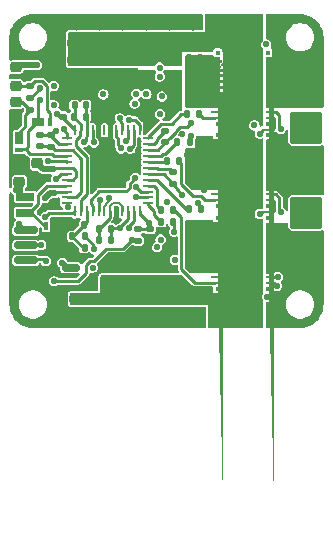
<source format=gtl>
G04 #@! TF.GenerationSoftware,KiCad,Pcbnew,7.0.7*
G04 #@! TF.CreationDate,2024-08-09T21:04:11-05:00*
G04 #@! TF.ProjectId,O32controller,4f333263-6f6e-4747-926f-6c6c65722e6b,3.1*
G04 #@! TF.SameCoordinates,Original*
G04 #@! TF.FileFunction,Copper,L1,Top*
G04 #@! TF.FilePolarity,Positive*
%FSLAX46Y46*%
G04 Gerber Fmt 4.6, Leading zero omitted, Abs format (unit mm)*
G04 Created by KiCad (PCBNEW 7.0.7) date 2024-08-09 21:04:11*
%MOMM*%
%LPD*%
G01*
G04 APERTURE LIST*
G04 Aperture macros list*
%AMRoundRect*
0 Rectangle with rounded corners*
0 $1 Rounding radius*
0 $2 $3 $4 $5 $6 $7 $8 $9 X,Y pos of 4 corners*
0 Add a 4 corners polygon primitive as box body*
4,1,4,$2,$3,$4,$5,$6,$7,$8,$9,$2,$3,0*
0 Add four circle primitives for the rounded corners*
1,1,$1+$1,$2,$3*
1,1,$1+$1,$4,$5*
1,1,$1+$1,$6,$7*
1,1,$1+$1,$8,$9*
0 Add four rect primitives between the rounded corners*
20,1,$1+$1,$2,$3,$4,$5,0*
20,1,$1+$1,$4,$5,$6,$7,0*
20,1,$1+$1,$6,$7,$8,$9,0*
20,1,$1+$1,$8,$9,$2,$3,0*%
%AMFreePoly0*
4,1,78,0.535355,2.120355,0.550000,2.085000,0.550000,1.935000,0.535355,1.899645,0.500000,1.885000,0.150000,1.885000,0.150000,1.635000,0.500000,1.635000,0.535355,1.620355,0.550000,1.585000,0.550000,1.435000,0.535355,1.399645,0.500000,1.385000,0.150000,1.385000,0.150000,1.135000,0.500000,1.135000,0.535355,1.120355,0.550000,1.085000,0.550000,0.935000,0.535355,0.899645,
0.500000,0.885000,0.150000,0.885000,0.150000,0.635000,0.500000,0.635000,0.535355,0.620355,0.550000,0.585000,0.550000,0.435000,0.535355,0.399645,0.500000,0.385000,0.150000,0.385000,0.150000,0.135000,0.500000,0.135000,0.535355,0.120355,0.550000,0.085000,0.550000,-0.065000,0.535355,-0.100355,0.500000,-0.115000,0.150000,-0.115000,0.150000,-0.365000,0.500000,-0.365000,
0.535355,-0.379645,0.550000,-0.415000,0.550000,-0.565000,0.535355,-0.600355,0.500000,-0.615000,0.150000,-0.615000,0.150000,-0.865000,0.500000,-0.865000,0.535355,-0.879645,0.550000,-0.915000,0.550000,-1.065000,0.535355,-1.100355,0.500000,-1.115000,0.150000,-1.115000,0.150000,-1.365000,0.500000,-1.365000,0.535355,-1.379645,0.550000,-1.415000,0.550000,-1.565000,0.535355,-1.600355,
0.500000,-1.615000,0.150000,-1.615000,0.150000,-1.865000,0.500000,-1.865000,0.535355,-1.879645,0.550000,-1.915000,0.550000,-2.065000,0.535355,-2.100355,0.500000,-2.115000,-0.100000,-2.115000,-0.102414,-2.114000,-0.150000,-2.114000,-0.150000,2.114000,-0.137987,2.114000,-0.135355,2.120355,-0.100000,2.135000,0.500000,2.135000,0.535355,2.120355,0.535355,2.120355,$1*%
G04 Aperture macros list end*
G04 #@! TA.AperFunction,SMDPad,CuDef*
%ADD10RoundRect,0.250000X-0.475000X0.250000X-0.475000X-0.250000X0.475000X-0.250000X0.475000X0.250000X0*%
G04 #@! TD*
G04 #@! TA.AperFunction,SMDPad,CuDef*
%ADD11RoundRect,0.250000X0.475000X-0.250000X0.475000X0.250000X-0.475000X0.250000X-0.475000X-0.250000X0*%
G04 #@! TD*
G04 #@! TA.AperFunction,SMDPad,CuDef*
%ADD12R,0.385000X0.690000*%
G04 #@! TD*
G04 #@! TA.AperFunction,SMDPad,CuDef*
%ADD13R,1.035000X0.690000*%
G04 #@! TD*
G04 #@! TA.AperFunction,SMDPad,CuDef*
%ADD14RoundRect,0.150000X-0.850000X-0.150000X0.850000X-0.150000X0.850000X0.150000X-0.850000X0.150000X0*%
G04 #@! TD*
G04 #@! TA.AperFunction,ComponentPad*
%ADD15RoundRect,0.269607X-1.105393X-1.105393X1.105393X-1.105393X1.105393X1.105393X-1.105393X1.105393X0*%
G04 #@! TD*
G04 #@! TA.AperFunction,SMDPad,CuDef*
%ADD16RoundRect,0.218750X0.256250X-0.218750X0.256250X0.218750X-0.256250X0.218750X-0.256250X-0.218750X0*%
G04 #@! TD*
G04 #@! TA.AperFunction,SMDPad,CuDef*
%ADD17RoundRect,0.150000X-0.600000X-0.150000X0.600000X-0.150000X0.600000X0.150000X-0.600000X0.150000X0*%
G04 #@! TD*
G04 #@! TA.AperFunction,SMDPad,CuDef*
%ADD18RoundRect,0.140000X0.140000X0.170000X-0.140000X0.170000X-0.140000X-0.170000X0.140000X-0.170000X0*%
G04 #@! TD*
G04 #@! TA.AperFunction,SMDPad,CuDef*
%ADD19RoundRect,0.225000X0.250000X-0.225000X0.250000X0.225000X-0.250000X0.225000X-0.250000X-0.225000X0*%
G04 #@! TD*
G04 #@! TA.AperFunction,SMDPad,CuDef*
%ADD20RoundRect,0.135000X0.135000X0.185000X-0.135000X0.185000X-0.135000X-0.185000X0.135000X-0.185000X0*%
G04 #@! TD*
G04 #@! TA.AperFunction,SMDPad,CuDef*
%ADD21RoundRect,0.062500X-0.375000X-0.062500X0.375000X-0.062500X0.375000X0.062500X-0.375000X0.062500X0*%
G04 #@! TD*
G04 #@! TA.AperFunction,SMDPad,CuDef*
%ADD22RoundRect,0.062500X-0.062500X-0.375000X0.062500X-0.375000X0.062500X0.375000X-0.062500X0.375000X0*%
G04 #@! TD*
G04 #@! TA.AperFunction,SMDPad,CuDef*
%ADD23R,2.800000X2.800000*%
G04 #@! TD*
G04 #@! TA.AperFunction,SMDPad,CuDef*
%ADD24RoundRect,0.135000X0.185000X-0.135000X0.185000X0.135000X-0.185000X0.135000X-0.185000X-0.135000X0*%
G04 #@! TD*
G04 #@! TA.AperFunction,SMDPad,CuDef*
%ADD25RoundRect,0.140000X-0.170000X0.140000X-0.170000X-0.140000X0.170000X-0.140000X0.170000X0.140000X0*%
G04 #@! TD*
G04 #@! TA.AperFunction,SMDPad,CuDef*
%ADD26RoundRect,0.135000X-0.135000X-0.185000X0.135000X-0.185000X0.135000X0.185000X-0.135000X0.185000X0*%
G04 #@! TD*
G04 #@! TA.AperFunction,SMDPad,CuDef*
%ADD27R,0.700001X0.249999*%
G04 #@! TD*
G04 #@! TA.AperFunction,SMDPad,CuDef*
%ADD28FreePoly0,0.000000*%
G04 #@! TD*
G04 #@! TA.AperFunction,SMDPad,CuDef*
%ADD29FreePoly0,180.000000*%
G04 #@! TD*
G04 #@! TA.AperFunction,SMDPad,CuDef*
%ADD30R,0.429999X0.375001*%
G04 #@! TD*
G04 #@! TA.AperFunction,SMDPad,CuDef*
%ADD31R,3.300001X5.399999*%
G04 #@! TD*
G04 #@! TA.AperFunction,SMDPad,CuDef*
%ADD32R,1.600000X0.650000*%
G04 #@! TD*
G04 #@! TA.AperFunction,SMDPad,CuDef*
%ADD33RoundRect,0.135000X-0.185000X0.135000X-0.185000X-0.135000X0.185000X-0.135000X0.185000X0.135000X0*%
G04 #@! TD*
G04 #@! TA.AperFunction,SMDPad,CuDef*
%ADD34RoundRect,0.140000X0.170000X-0.140000X0.170000X0.140000X-0.170000X0.140000X-0.170000X-0.140000X0*%
G04 #@! TD*
G04 #@! TA.AperFunction,SMDPad,CuDef*
%ADD35RoundRect,0.225000X-0.250000X0.225000X-0.250000X-0.225000X0.250000X-0.225000X0.250000X0.225000X0*%
G04 #@! TD*
G04 #@! TA.AperFunction,SMDPad,CuDef*
%ADD36R,0.690000X0.385000*%
G04 #@! TD*
G04 #@! TA.AperFunction,SMDPad,CuDef*
%ADD37R,0.690000X1.035000*%
G04 #@! TD*
G04 #@! TA.AperFunction,ViaPad*
%ADD38C,0.550000*%
G04 #@! TD*
G04 #@! TA.AperFunction,Conductor*
%ADD39C,0.250000*%
G04 #@! TD*
G04 #@! TA.AperFunction,Conductor*
%ADD40C,0.200000*%
G04 #@! TD*
G04 #@! TA.AperFunction,Conductor*
%ADD41C,0.500000*%
G04 #@! TD*
G04 APERTURE END LIST*
D10*
X50425000Y-60850000D03*
X50425000Y-62750000D03*
D11*
X50275000Y-39150000D03*
X50275000Y-37250000D03*
D12*
X40108500Y-45900000D03*
D13*
X39116500Y-45900000D03*
D14*
X38074800Y-55041800D03*
X38074800Y-56311800D03*
X38074800Y-57581800D03*
X38074800Y-58851800D03*
D15*
X61850000Y-53550000D03*
X61850000Y-49750000D03*
X56450000Y-38100000D03*
D16*
X37250000Y-45775000D03*
X37250000Y-44200000D03*
D10*
X44350000Y-40650000D03*
X44350000Y-42550000D03*
D17*
X41935600Y-58216800D03*
D18*
X43180000Y-44450000D03*
X42220000Y-44450000D03*
D19*
X37550000Y-50925000D03*
X37550000Y-49375000D03*
D20*
X51060000Y-49200000D03*
X50040000Y-49200000D03*
D10*
X48450000Y-60850000D03*
X48450000Y-62750000D03*
X44500000Y-60850000D03*
X44500000Y-62750000D03*
D20*
X45310000Y-54900000D03*
X44290000Y-54900000D03*
D21*
X41562500Y-47250000D03*
X41562500Y-47750000D03*
X41562500Y-48250000D03*
X41562500Y-48750000D03*
X41562500Y-49250000D03*
X41562500Y-49750000D03*
X41562500Y-50250000D03*
X41562500Y-50750000D03*
X41562500Y-51250000D03*
X41562500Y-51750000D03*
X41562500Y-52250000D03*
X41562500Y-52750000D03*
D22*
X42250000Y-53437500D03*
X42750000Y-53437500D03*
X43250000Y-53437500D03*
X43750000Y-53437500D03*
X44250000Y-53437500D03*
X44750000Y-53437500D03*
X45250000Y-53437500D03*
X45750000Y-53437500D03*
X46250000Y-53437500D03*
X46750000Y-53437500D03*
X47250000Y-53437500D03*
X47750000Y-53437500D03*
D21*
X48437500Y-52750000D03*
X48437500Y-52250000D03*
X48437500Y-51750000D03*
X48437500Y-51250000D03*
X48437500Y-50750000D03*
X48437500Y-50250000D03*
X48437500Y-49750000D03*
X48437500Y-49250000D03*
X48437500Y-48750000D03*
X48437500Y-48250000D03*
X48437500Y-47750000D03*
X48437500Y-47250000D03*
D22*
X47750000Y-46562500D03*
X47250000Y-46562500D03*
X46750000Y-46562500D03*
X46250000Y-46562500D03*
X45750000Y-46562500D03*
X45250000Y-46562500D03*
X44750000Y-46562500D03*
X44250000Y-46562500D03*
X43750000Y-46562500D03*
X43250000Y-46562500D03*
X42750000Y-46562500D03*
X42250000Y-46562500D03*
D23*
X45000000Y-50000000D03*
D10*
X46325000Y-40650000D03*
X46325000Y-42550000D03*
D18*
X45280000Y-55850000D03*
X44320000Y-55850000D03*
D10*
X42375000Y-40650000D03*
X42375000Y-42550000D03*
D24*
X47600000Y-55920000D03*
X47600000Y-54900000D03*
D25*
X50550000Y-50120000D03*
X50550000Y-51080000D03*
D11*
X44350000Y-39150000D03*
X44350000Y-37250000D03*
D20*
X43060000Y-55550000D03*
X42040000Y-55550000D03*
D26*
X49540000Y-54300000D03*
X50560000Y-54300000D03*
D27*
X58800000Y-52500000D03*
X58800000Y-52000001D03*
D28*
X58600000Y-49511000D03*
D29*
X54300000Y-49490000D03*
D27*
X54100000Y-52000001D03*
X54100000Y-52500000D03*
D30*
X58565000Y-53012999D03*
X58565000Y-46987001D03*
X54335000Y-46987001D03*
X54335000Y-53012999D03*
D31*
X56450000Y-50000000D03*
D24*
X38450000Y-42810000D03*
X38450000Y-41790000D03*
D25*
X49900000Y-46640000D03*
X49900000Y-47600000D03*
D18*
X43030000Y-54600000D03*
X42070000Y-54600000D03*
D32*
X38050000Y-52225000D03*
X38050000Y-53575000D03*
D15*
X61850000Y-46350000D03*
D24*
X38450000Y-44860000D03*
X38450000Y-43840000D03*
D27*
X58800000Y-59500000D03*
X58800000Y-59000001D03*
D28*
X58600000Y-56511000D03*
D29*
X54300000Y-56490000D03*
D27*
X54100000Y-59000001D03*
X54100000Y-59500000D03*
D30*
X58565000Y-60012999D03*
X58565000Y-53987001D03*
X54335000Y-53987001D03*
X54335000Y-60012999D03*
D31*
X56450000Y-57000000D03*
D20*
X43210000Y-45400000D03*
X42190000Y-45400000D03*
D15*
X61850000Y-42550000D03*
D33*
X40200000Y-46960000D03*
X40200000Y-47980000D03*
D34*
X41250000Y-45400000D03*
X41250000Y-44440000D03*
D11*
X49500000Y-59350000D03*
X49500000Y-57450000D03*
D25*
X48600000Y-54940000D03*
X48600000Y-55900000D03*
X40400000Y-51900000D03*
X40400000Y-52860000D03*
D26*
X50930000Y-47550000D03*
X51950000Y-47550000D03*
D11*
X48300000Y-39150000D03*
X48300000Y-37250000D03*
X52250000Y-39150000D03*
X52250000Y-37250000D03*
D10*
X46475000Y-60850000D03*
X46475000Y-62750000D03*
X48300000Y-40650000D03*
X48300000Y-42550000D03*
D16*
X37250000Y-42800000D03*
X37250000Y-41225000D03*
D11*
X46325000Y-39150000D03*
X46325000Y-37250000D03*
X42375000Y-39150000D03*
X42375000Y-37250000D03*
X47525000Y-59350000D03*
X47525000Y-57450000D03*
D26*
X42040000Y-56500000D03*
X43060000Y-56500000D03*
D10*
X50550000Y-40650000D03*
X50550000Y-42550000D03*
D27*
X58800000Y-45500000D03*
X58800000Y-45000001D03*
D28*
X58600000Y-42511000D03*
D29*
X54300000Y-42490000D03*
D27*
X54100000Y-45000001D03*
X54100000Y-45500000D03*
D30*
X58565000Y-46012999D03*
X58565000Y-39987001D03*
X54335000Y-39987001D03*
X54335000Y-46012999D03*
D31*
X56450000Y-43000000D03*
D20*
X52760000Y-45200000D03*
X51740000Y-45200000D03*
D12*
X39825500Y-54700000D03*
D13*
X40817500Y-54700000D03*
D15*
X56450000Y-61900000D03*
D11*
X45550000Y-59350000D03*
X45550000Y-57450000D03*
D10*
X42525000Y-60850000D03*
X42525000Y-62750000D03*
X52400000Y-60850000D03*
X52400000Y-62750000D03*
D35*
X39050000Y-49375000D03*
X39050000Y-50925000D03*
D36*
X37500000Y-48224500D03*
D37*
X37500000Y-47232500D03*
D15*
X61850000Y-56950000D03*
D25*
X39250000Y-46970000D03*
X39250000Y-47930000D03*
D20*
X50560000Y-53350000D03*
X49540000Y-53350000D03*
D26*
X51890000Y-53250000D03*
X52910000Y-53250000D03*
D38*
X39395600Y-56286400D03*
X39763615Y-57645585D03*
X41173600Y-57784502D03*
X50700000Y-57550000D03*
X58550000Y-60650000D03*
X49450000Y-45200000D03*
X57450000Y-46150000D03*
X58450000Y-39300000D03*
X49408628Y-41258628D03*
X55050000Y-57000000D03*
X49500000Y-60200000D03*
X55050000Y-59450000D03*
X56450000Y-41700000D03*
X56450000Y-50000000D03*
X55050000Y-43000000D03*
X47650000Y-39900000D03*
X56400000Y-56950000D03*
X56450000Y-54550000D03*
X56450000Y-45450000D03*
X56450000Y-51350000D03*
X55050000Y-50000000D03*
X56450000Y-47550000D03*
X56450000Y-43000000D03*
X56450000Y-40550000D03*
X44650000Y-59300000D03*
X56450000Y-59450000D03*
X55050000Y-58300000D03*
X56450000Y-58300000D03*
X55050000Y-44350000D03*
X55450000Y-45250000D03*
X56450000Y-48700000D03*
X40350000Y-49850000D03*
X51500000Y-60200000D03*
X43866000Y-56642000D03*
X55050000Y-41700000D03*
X55050000Y-48700000D03*
X47500000Y-60200000D03*
X56450000Y-44300000D03*
X45500000Y-60200000D03*
X55350000Y-47750000D03*
X44500000Y-39900000D03*
X55050000Y-55700000D03*
X56450000Y-52450000D03*
X49775000Y-39950000D03*
X55050000Y-51350000D03*
X56450000Y-55700000D03*
X39250000Y-43000000D03*
X39000000Y-41050000D03*
X47050000Y-55850000D03*
X40750000Y-45150000D03*
X39695591Y-52292587D03*
X37540500Y-54508400D03*
X37262000Y-51650000D03*
X40500000Y-59350000D03*
X47450000Y-43475000D03*
X41350000Y-46482000D03*
X40650000Y-46634400D03*
X47300000Y-44300000D03*
X40659364Y-50697700D03*
X43750000Y-58200000D03*
X46080000Y-54870000D03*
X48300000Y-43500000D03*
X46800000Y-54800000D03*
X49425000Y-42025000D03*
X49600000Y-43700000D03*
X48550000Y-54400000D03*
X53000000Y-62150000D03*
X38939100Y-50300858D03*
X49375000Y-55100000D03*
X50250000Y-37850000D03*
X44900000Y-58200000D03*
X42350000Y-37850000D03*
X46300000Y-37850000D03*
X47300000Y-42475000D03*
X37350000Y-45350000D03*
X44350000Y-37850000D03*
X41325500Y-54174500D03*
X37400000Y-59275000D03*
X50950000Y-62150000D03*
X47300000Y-58200000D03*
X43575000Y-59475000D03*
X51350000Y-46850000D03*
X45350000Y-41875000D03*
X43950000Y-45500000D03*
X47000000Y-62100000D03*
X52250000Y-37850000D03*
X45750000Y-54200000D03*
X39649600Y-55524400D03*
X37100000Y-40200000D03*
X50200000Y-45150000D03*
X48300000Y-37850000D03*
X39750500Y-53109763D03*
X45000000Y-62100000D03*
X39968945Y-50534250D03*
X43000000Y-62100000D03*
X49750000Y-58200000D03*
X48950000Y-62150000D03*
X43100000Y-41875000D03*
X46800000Y-45675000D03*
X46925000Y-48125000D03*
X49500000Y-55825000D03*
X43866000Y-47599600D03*
X49200000Y-56475000D03*
X43035561Y-47549500D03*
X57900000Y-46850000D03*
X52080000Y-47040000D03*
X52700000Y-52750000D03*
X57900000Y-53650000D03*
X50650000Y-55150000D03*
X59350000Y-59750000D03*
X52050000Y-45950000D03*
X59700000Y-46450000D03*
X47450000Y-51350000D03*
X51350000Y-52050000D03*
X59700000Y-53500000D03*
X59400000Y-59000000D03*
X47400000Y-52250000D03*
X52340000Y-41200000D03*
X52810000Y-43090000D03*
X52340000Y-43360000D03*
X53270000Y-44440000D03*
X52340000Y-43900000D03*
X52810000Y-43630000D03*
X52810000Y-42550000D03*
X53730000Y-44170000D03*
X51870000Y-43090000D03*
X52810000Y-40390000D03*
X52340000Y-42820000D03*
X51870000Y-40930000D03*
X51870000Y-41470000D03*
X52810000Y-40930000D03*
X52810000Y-44170000D03*
X51870000Y-40390000D03*
X53270000Y-43900000D03*
X52810000Y-41470000D03*
X52340000Y-40660000D03*
X52810000Y-42010000D03*
X52340000Y-42280000D03*
X51870000Y-43630000D03*
X51870000Y-42010000D03*
X51870000Y-44170000D03*
X51870000Y-42550000D03*
X52340000Y-44430000D03*
X52340000Y-41740000D03*
X46150000Y-48100000D03*
X53630000Y-51350000D03*
X52700000Y-48100000D03*
X52710000Y-50790000D03*
X53170000Y-48370000D03*
X53160000Y-51610000D03*
X52710000Y-49180000D03*
X53640000Y-47580000D03*
X53180000Y-50530000D03*
X51760000Y-48650000D03*
X53180000Y-49990000D03*
X52230000Y-48920000D03*
X53180000Y-48900000D03*
X52700000Y-48650000D03*
X52710000Y-50250000D03*
X52240000Y-49450000D03*
X52230000Y-48380000D03*
X53170000Y-47840000D03*
X53180000Y-51070000D03*
X53170000Y-47310000D03*
X52700000Y-47570000D03*
X52710000Y-49710000D03*
X52240000Y-50510000D03*
X52700000Y-51320000D03*
X52230000Y-51050000D03*
X53180000Y-49450000D03*
X52230000Y-49980000D03*
X52790000Y-56540000D03*
X52790000Y-56000000D03*
X51840000Y-55460000D03*
X52320000Y-55720000D03*
X52320000Y-56800000D03*
X52790000Y-57070000D03*
X53250000Y-58400000D03*
X52780000Y-57600000D03*
X52310000Y-58390000D03*
X52320000Y-55190000D03*
X52320000Y-56260000D03*
X51850000Y-56530000D03*
X51850000Y-57060000D03*
X51840000Y-56000000D03*
X52790000Y-54930000D03*
X51840000Y-54930000D03*
X52320000Y-57330000D03*
X52790000Y-58130000D03*
X51850000Y-57590000D03*
X52780000Y-54400000D03*
X51840000Y-58120000D03*
X53250000Y-57860000D03*
X52310000Y-57860000D03*
X52310000Y-54660000D03*
X51830000Y-54400000D03*
X53710000Y-58130000D03*
X52790000Y-55460000D03*
X40000000Y-49150000D03*
X50050000Y-52600000D03*
X39249115Y-44025245D03*
X40450000Y-44450000D03*
X40450000Y-42800000D03*
X45100000Y-52300000D03*
X44408181Y-52470879D03*
X47350000Y-50600000D03*
X46050000Y-45550000D03*
X41626500Y-53040500D03*
X39750000Y-53900000D03*
X44650000Y-43525000D03*
X46550000Y-47450000D03*
D39*
X43866000Y-47599600D02*
X43750000Y-47483600D01*
X43750000Y-47483600D02*
X43750000Y-46562500D01*
D40*
X45100000Y-52300000D02*
X45100000Y-52590883D01*
X45100000Y-52590883D02*
X44890000Y-52800883D01*
X44890000Y-52800883D02*
X44890000Y-52903916D01*
X44890000Y-52903916D02*
X44750000Y-53043916D01*
X44750000Y-53043916D02*
X44750000Y-53437500D01*
D39*
X44408181Y-52470879D02*
X44250000Y-52629060D01*
X44250000Y-52629060D02*
X44250000Y-53437500D01*
X38000000Y-53575000D02*
X38633600Y-53575000D01*
X38633600Y-53575000D02*
X38633600Y-53633600D01*
X38633600Y-53633600D02*
X39700000Y-54700000D01*
X39700000Y-54700000D02*
X39825500Y-54700000D01*
D41*
X39750500Y-53109763D02*
X39795263Y-53065000D01*
X39795263Y-53065000D02*
X40195000Y-53065000D01*
X40195000Y-53065000D02*
X40400000Y-52860000D01*
X39705977Y-52292587D02*
X40098564Y-51900000D01*
X40098564Y-51900000D02*
X40400000Y-51900000D01*
X39695591Y-52292587D02*
X39705977Y-52292587D01*
D39*
X38050000Y-53575000D02*
X38395000Y-53575000D01*
X38395000Y-53575000D02*
X39134500Y-52835500D01*
X39134500Y-52043609D02*
X39920909Y-51257200D01*
X39134500Y-52835500D02*
X39134500Y-52043609D01*
X39920909Y-51257200D02*
X41529200Y-51257200D01*
D41*
X39050000Y-50411758D02*
X39050000Y-50875000D01*
D39*
X38939100Y-50300858D02*
X38939100Y-50814100D01*
D41*
X38939100Y-50300858D02*
X39050000Y-50411758D01*
D39*
X38939100Y-50814100D02*
X39050000Y-50925000D01*
D41*
X40350000Y-49850000D02*
X40335000Y-49835000D01*
X40335000Y-49835000D02*
X39510000Y-49835000D01*
X39510000Y-49835000D02*
X39050000Y-49375000D01*
D39*
X43150000Y-47435061D02*
X43150000Y-47148008D01*
X43035561Y-47549500D02*
X43150000Y-47435061D01*
X43150000Y-47148008D02*
X43250000Y-47048008D01*
X43250000Y-47048008D02*
X43250000Y-46562500D01*
X42750000Y-46562500D02*
X42700000Y-46612500D01*
X42700000Y-46612500D02*
X42700000Y-47041439D01*
X42342000Y-47904400D02*
X43250000Y-48812400D01*
X42700000Y-47041439D02*
X42342000Y-47399439D01*
X42342000Y-47399439D02*
X42342000Y-47904400D01*
X43250000Y-48812400D02*
X43250000Y-51986396D01*
X43250000Y-51986396D02*
X42750000Y-52486396D01*
X42750000Y-52486396D02*
X42750000Y-53437500D01*
X41100000Y-45550000D02*
X41250000Y-45400000D01*
X40750000Y-45150000D02*
X41100000Y-45550000D01*
X39572830Y-57454800D02*
X38836800Y-57454800D01*
X39763615Y-57645585D02*
X39572830Y-57454800D01*
X39395600Y-56286400D02*
X38532000Y-56286400D01*
X41350902Y-57784502D02*
X41783200Y-58216800D01*
X41173600Y-57784502D02*
X41350902Y-57784502D01*
X41626500Y-53040500D02*
X41626500Y-52814000D01*
X41626500Y-52814000D02*
X41562500Y-52750000D01*
D41*
X39440750Y-50534250D02*
X39050000Y-50925000D01*
X39968945Y-50534250D02*
X39440750Y-50534250D01*
D39*
X41107064Y-50250000D02*
X41562500Y-50250000D01*
X40659364Y-50697700D02*
X41107064Y-50250000D01*
X42048008Y-49750000D02*
X41562500Y-49750000D01*
X43060000Y-55550000D02*
X43866000Y-56356000D01*
X41562500Y-50750000D02*
X42048008Y-50750000D01*
X44700000Y-59350000D02*
X44650000Y-59300000D01*
X42325000Y-50026992D02*
X42048008Y-49750000D01*
X45550000Y-59350000D02*
X44700000Y-59350000D01*
X42325000Y-50473008D02*
X42325000Y-50026992D01*
X41562500Y-49750000D02*
X40450000Y-49750000D01*
X43866000Y-56356000D02*
X43866000Y-56642000D01*
X42048008Y-50750000D02*
X42325000Y-50473008D01*
X38073900Y-55041800D02*
X37540500Y-54508400D01*
X42529600Y-59350000D02*
X40500000Y-59350000D01*
X39250000Y-43050000D02*
X38460000Y-43840000D01*
X44918396Y-56600000D02*
X44540000Y-56978396D01*
X47050000Y-55850000D02*
X47530000Y-55850000D01*
X38460000Y-43840000D02*
X38450000Y-43840000D01*
X38074800Y-55041800D02*
X38073900Y-55041800D01*
X43190000Y-58689600D02*
X42529600Y-59350000D01*
D41*
X37550000Y-50925000D02*
X37725000Y-50925000D01*
D39*
X43190000Y-57968040D02*
X43190000Y-58689600D01*
X47530000Y-55850000D02*
X47600000Y-55920000D01*
X44540000Y-56978396D02*
X44540000Y-56984000D01*
D41*
X37600000Y-52025000D02*
X37600000Y-51612800D01*
D39*
X40550000Y-51750000D02*
X41562500Y-51750000D01*
X47050000Y-55850000D02*
X46300000Y-56600000D01*
X39250000Y-43000000D02*
X39250000Y-43050000D01*
X46300000Y-56600000D02*
X44918396Y-56600000D01*
X44540000Y-56984000D02*
X43884000Y-57640000D01*
D41*
X39000000Y-41050000D02*
X37425000Y-41050000D01*
D39*
X37562800Y-51650000D02*
X37600000Y-51612800D01*
X41250000Y-45400000D02*
X41250000Y-45562500D01*
X43518040Y-57640000D02*
X43190000Y-57968040D01*
X41250000Y-45562500D02*
X42250000Y-46562500D01*
X43884000Y-57640000D02*
X43518040Y-57640000D01*
D41*
X37600000Y-50975000D02*
X37550000Y-50925000D01*
X37425000Y-41050000D02*
X37250000Y-41225000D01*
X37800000Y-52225000D02*
X37600000Y-52025000D01*
X37600000Y-51612800D02*
X37600000Y-50975000D01*
D39*
X37262000Y-51650000D02*
X37562800Y-51650000D01*
X40400000Y-51900000D02*
X40550000Y-51750000D01*
X41562500Y-46812500D02*
X41350000Y-46600000D01*
X41562500Y-47250000D02*
X41562500Y-46812500D01*
X40200000Y-46960000D02*
X40200000Y-47009462D01*
X41562500Y-47750000D02*
X40940538Y-47750000D01*
X40410000Y-46750000D02*
X40200000Y-46960000D01*
X40650000Y-46750000D02*
X40410000Y-46750000D01*
X39260000Y-46960000D02*
X39250000Y-46970000D01*
X40200000Y-47009462D02*
X40720538Y-47530000D01*
X40940538Y-47750000D02*
X40720538Y-47530000D01*
X40200000Y-46960000D02*
X39260000Y-46960000D01*
X42350000Y-52250000D02*
X41562500Y-52250000D01*
X42048008Y-48250000D02*
X42800000Y-49001992D01*
X41562500Y-48250000D02*
X42048008Y-48250000D01*
X40586396Y-48250000D02*
X41562500Y-48250000D01*
X40316396Y-47980000D02*
X40586396Y-48250000D01*
X42800000Y-49001992D02*
X42800000Y-51800000D01*
X40200000Y-47980000D02*
X40316396Y-47980000D01*
X42800000Y-51800000D02*
X42350000Y-52250000D01*
X40150000Y-47930000D02*
X40200000Y-47980000D01*
X39250000Y-47930000D02*
X40150000Y-47930000D01*
D40*
X45998008Y-52700000D02*
X46250000Y-52951992D01*
D39*
X44320000Y-54930000D02*
X44290000Y-54900000D01*
D40*
X45250000Y-53437500D02*
X45250000Y-52950000D01*
D39*
X46250000Y-52951992D02*
X46250000Y-53437500D01*
D40*
X45250000Y-52950000D02*
X45500000Y-52700000D01*
D39*
X45200000Y-53487500D02*
X45250000Y-53437500D01*
D40*
X45500000Y-52700000D02*
X45998008Y-52700000D01*
D39*
X45200000Y-53990000D02*
X45200000Y-53487500D01*
X44320000Y-55850000D02*
X44320000Y-54930000D01*
X45200000Y-53990000D02*
X44350000Y-54840000D01*
X45280000Y-55850000D02*
X45280000Y-54930000D01*
X46080000Y-54870000D02*
X46075000Y-54875000D01*
X46080000Y-54870000D02*
X46080000Y-54720000D01*
X46080000Y-54720000D02*
X46750000Y-54050000D01*
X45280000Y-54930000D02*
X45310000Y-54900000D01*
X46075000Y-54875000D02*
X45305000Y-54875000D01*
X45305000Y-54875000D02*
X45300000Y-54870000D01*
X46750000Y-54050000D02*
X46750000Y-53437500D01*
X47250000Y-53437500D02*
X47250000Y-54223223D01*
X46800000Y-54800000D02*
X46800000Y-54673223D01*
X46800000Y-54673223D02*
X47250000Y-54223223D01*
X47750000Y-53650000D02*
X47750000Y-53437500D01*
X48500000Y-54400000D02*
X47750000Y-53650000D01*
X48600000Y-54550000D02*
X48600000Y-54940000D01*
X48550000Y-54400000D02*
X48500000Y-54400000D01*
X47600000Y-54900000D02*
X48560000Y-54900000D01*
X48550000Y-54400000D02*
X48600000Y-54550000D01*
X48607609Y-55900000D02*
X48600000Y-55900000D01*
X45250000Y-46562500D02*
X45250000Y-46076992D01*
X36825000Y-48650000D02*
X37550000Y-49375000D01*
X49375000Y-55132609D02*
X48607609Y-55900000D01*
X45750000Y-54200000D02*
X45750000Y-53437500D01*
X40817500Y-54700000D02*
X40817500Y-54682500D01*
X45250000Y-46076992D02*
X44973008Y-45800000D01*
X44973008Y-45800000D02*
X44500000Y-45800000D01*
X45000000Y-50000000D02*
X45250000Y-49750000D01*
D41*
X44200000Y-45500000D02*
X44425108Y-45725108D01*
X42070000Y-54600000D02*
X40917500Y-54600000D01*
D39*
X37250000Y-45775000D02*
X37225000Y-45775000D01*
X37225000Y-45775000D02*
X36825000Y-46175000D01*
D41*
X43950000Y-45500000D02*
X44200000Y-45500000D01*
X40917500Y-54600000D02*
X40817500Y-54700000D01*
X39050000Y-50875000D02*
X37550000Y-49375000D01*
D39*
X44500000Y-45800000D02*
X44250000Y-46050000D01*
X49375000Y-55100000D02*
X49375000Y-55132609D01*
X36825000Y-46175000D02*
X36825000Y-48650000D01*
X44250000Y-46050000D02*
X44250000Y-46562500D01*
X44500000Y-45800000D02*
X44425108Y-45725108D01*
X45250000Y-49750000D02*
X45250000Y-46562500D01*
X39050000Y-50925000D02*
X39050000Y-50875000D01*
X40817500Y-54682500D02*
X41325500Y-54174500D01*
X47750000Y-46076992D02*
X47750000Y-46562500D01*
X46800000Y-45675000D02*
X47348008Y-45675000D01*
X47348008Y-45675000D02*
X47750000Y-46076992D01*
X46925000Y-48125000D02*
X47250000Y-47800000D01*
X47250000Y-47800000D02*
X47250000Y-46562500D01*
X43250000Y-46562500D02*
X43250000Y-45440000D01*
X43210000Y-45400000D02*
X43210000Y-44480000D01*
X43250000Y-45440000D02*
X43210000Y-45400000D01*
X43210000Y-44480000D02*
X43180000Y-44450000D01*
X57900000Y-46850000D02*
X57800000Y-46850000D01*
X58800000Y-45500000D02*
X59104500Y-45500000D01*
X57800000Y-46850000D02*
X58150000Y-46500000D01*
X58150000Y-46500000D02*
X58200000Y-46500000D01*
X59104999Y-46345001D02*
X58950000Y-46500000D01*
X59104500Y-45500000D02*
X59104999Y-45500499D01*
X52080000Y-47040000D02*
X51950000Y-47170000D01*
D40*
X58250000Y-46500000D02*
X58950000Y-46500000D01*
D39*
X59104999Y-45500499D02*
X59104999Y-46345001D01*
X51950000Y-47170000D02*
X51950000Y-47550000D01*
X52760000Y-45200000D02*
X53060000Y-45500000D01*
X53060000Y-45500000D02*
X54100000Y-45500000D01*
X57900000Y-53650000D02*
X58050000Y-53500000D01*
X59064999Y-53385001D02*
X58950000Y-53500000D01*
X58050000Y-53500000D02*
X58150000Y-53500000D01*
D40*
X58150000Y-53500000D02*
X58950000Y-53500000D01*
D39*
X59064999Y-52540499D02*
X59064999Y-53385001D01*
X54100000Y-52500000D02*
X53286827Y-52500000D01*
X52911827Y-52125000D02*
X52275000Y-52125000D01*
X51225000Y-49365000D02*
X51060000Y-49200000D01*
X53286827Y-52500000D02*
X52911827Y-52125000D01*
X52275000Y-52125000D02*
X51225000Y-51075000D01*
X51225000Y-51075000D02*
X51225000Y-49365000D01*
X59100000Y-59500000D02*
X59350000Y-59750000D01*
X50650000Y-54340000D02*
X50560000Y-54250000D01*
X50650000Y-55150000D02*
X50650000Y-54340000D01*
X58800000Y-59500000D02*
X59100000Y-59500000D01*
X52428040Y-59500000D02*
X51260000Y-58331960D01*
X54100000Y-59500000D02*
X52428040Y-59500000D01*
X51260000Y-58331960D02*
X51260000Y-53950000D01*
X51260000Y-53950000D02*
X50560000Y-53250000D01*
X51136827Y-46250000D02*
X50775000Y-46611827D01*
X50775000Y-46732609D02*
X50262609Y-47245000D01*
X59554500Y-45313604D02*
X59240897Y-45000001D01*
X50255000Y-47245000D02*
X49900000Y-47600000D01*
X50775000Y-46611827D02*
X50775000Y-46732609D01*
X51750000Y-46250000D02*
X51136827Y-46250000D01*
X49250000Y-48250000D02*
X48437500Y-48250000D01*
X49900000Y-47600000D02*
X49250000Y-48250000D01*
X59700000Y-46450000D02*
X59554500Y-46304500D01*
X59554500Y-46304500D02*
X59554500Y-45313604D01*
X59240897Y-45000001D02*
X58800000Y-45000001D01*
X50262609Y-47245000D02*
X50255000Y-47245000D01*
X52050000Y-45950000D02*
X51750000Y-46250000D01*
X47850000Y-51750000D02*
X47450000Y-51350000D01*
X48437500Y-51750000D02*
X47850000Y-51750000D01*
X49259462Y-49850000D02*
X49159462Y-49750000D01*
X49259462Y-49850000D02*
X50280000Y-49850000D01*
X49159462Y-49750000D02*
X48437500Y-49750000D01*
X50280000Y-49850000D02*
X50550000Y-50120000D01*
X49519462Y-48750000D02*
X49714462Y-48555000D01*
X49912609Y-48555000D02*
X50917609Y-47550000D01*
X48437500Y-48750000D02*
X49519462Y-48750000D01*
X49714462Y-48555000D02*
X49912609Y-48555000D01*
X50917609Y-47550000D02*
X50930000Y-47550000D01*
X49200000Y-47332391D02*
X49200000Y-47513604D01*
X48437500Y-47750000D02*
X48963604Y-47750000D01*
X49900000Y-46640000D02*
X49892391Y-46640000D01*
X49200000Y-47513604D02*
X48963604Y-47750000D01*
X49892391Y-46640000D02*
X49200000Y-47332391D01*
X49537391Y-46035000D02*
X48437500Y-47134891D01*
X50428173Y-46035000D02*
X49537391Y-46035000D01*
X51740000Y-45200000D02*
X51263173Y-45200000D01*
X51263173Y-45200000D02*
X50428173Y-46035000D01*
X48437500Y-47134891D02*
X48437500Y-47250000D01*
X50542391Y-51080000D02*
X49762391Y-50300000D01*
X59650000Y-53500000D02*
X59554999Y-53404999D01*
X49762391Y-50300000D02*
X48487500Y-50300000D01*
X59554999Y-52314103D02*
X59240897Y-52000001D01*
X59240897Y-52000001D02*
X58800000Y-52000001D01*
X51350000Y-52050000D02*
X50542391Y-51080000D01*
X48487500Y-50300000D02*
X48437500Y-50250000D01*
X59554999Y-53404999D02*
X59554999Y-52314103D01*
X59700000Y-53500000D02*
X59650000Y-53500000D01*
X47400000Y-52250000D02*
X48437500Y-52250000D01*
X59400000Y-59000000D02*
X58800000Y-59000001D01*
X49540000Y-54300000D02*
X49519462Y-54300000D01*
X49519462Y-54300000D02*
X48945000Y-53725538D01*
X48437500Y-52887500D02*
X48437500Y-52750000D01*
X48945000Y-53725538D02*
X48945000Y-53395000D01*
X48945000Y-53395000D02*
X48437500Y-52887500D01*
X48923008Y-51250000D02*
X48437500Y-51250000D01*
X49200000Y-51526992D02*
X48923008Y-51250000D01*
X49540000Y-53350000D02*
X49200000Y-53010000D01*
X49200000Y-53010000D02*
X49200000Y-51526992D01*
X49200000Y-50750000D02*
X48437500Y-50750000D01*
X51650000Y-53200000D02*
X49200000Y-50750000D01*
X51890000Y-53200000D02*
X51650000Y-53200000D01*
X48437500Y-49250000D02*
X49990000Y-49250000D01*
X49990000Y-49250000D02*
X50040000Y-49200000D01*
X45750000Y-47111827D02*
X45750000Y-46562500D01*
X45898508Y-47848508D02*
X45898508Y-47260335D01*
X46150000Y-48100000D02*
X45898508Y-47848508D01*
X45898508Y-47260335D02*
X45750000Y-47111827D01*
X42037200Y-55575200D02*
X43002400Y-56540400D01*
X43250000Y-54311600D02*
X43002400Y-54559200D01*
X43250000Y-53437500D02*
X43250000Y-54311600D01*
X43245000Y-53442500D02*
X43250000Y-53437500D01*
X41990000Y-55500000D02*
X42040000Y-55550000D01*
X43012400Y-54600000D02*
X42037200Y-55575200D01*
X43030000Y-54600000D02*
X43012400Y-54600000D01*
X42750000Y-46050000D02*
X42750000Y-46562500D01*
X42220000Y-44450000D02*
X42220000Y-45370000D01*
X42190000Y-45400000D02*
X42190000Y-45490000D01*
X42220000Y-45370000D02*
X42190000Y-45400000D01*
X42190000Y-45490000D02*
X42750000Y-46050000D01*
X41512500Y-49200000D02*
X40050000Y-49200000D01*
X40050000Y-49200000D02*
X40000000Y-49150000D01*
X41562500Y-49250000D02*
X41512500Y-49200000D01*
X38275000Y-46630375D02*
X38275000Y-48009000D01*
X39249115Y-44025245D02*
X39116500Y-44157860D01*
X38475000Y-48575000D02*
X38275000Y-48375000D01*
X40275000Y-48575000D02*
X38475000Y-48575000D01*
X38916500Y-45988875D02*
X38916500Y-45900000D01*
X38275000Y-46630375D02*
X38916500Y-45988875D01*
X39116500Y-44157860D02*
X39116500Y-45900000D01*
X38275000Y-48375000D02*
X38092000Y-48192000D01*
X38275000Y-48009000D02*
X38092000Y-48192000D01*
X41562500Y-48750000D02*
X40450000Y-48750000D01*
X38092000Y-48192000D02*
X37500000Y-48192000D01*
X40450000Y-48750000D02*
X40275000Y-48575000D01*
D40*
X45050000Y-52300000D02*
X45100000Y-52300000D01*
D39*
X43600000Y-52450000D02*
X43600000Y-52801992D01*
X46600000Y-51725000D02*
X44325000Y-51725000D01*
X47350000Y-50600000D02*
X46875000Y-51075000D01*
X43750000Y-52951992D02*
X43750000Y-53437500D01*
X43600000Y-52801992D02*
X43750000Y-52951992D01*
X44325000Y-51725000D02*
X43600000Y-52450000D01*
X46875000Y-51450000D02*
X46600000Y-51725000D01*
X46875000Y-51075000D02*
X46875000Y-51450000D01*
X38050000Y-46218979D02*
X38050000Y-45260000D01*
X37500000Y-47200000D02*
X37500000Y-46768979D01*
X37500000Y-46768979D02*
X38050000Y-46218979D01*
X37250000Y-44200000D02*
X37790000Y-44200000D01*
X37790000Y-44200000D02*
X38450000Y-44860000D01*
X38050000Y-45260000D02*
X38450000Y-44860000D01*
X40108500Y-45900000D02*
X40108500Y-45108500D01*
X39488173Y-42425000D02*
X38835000Y-42425000D01*
X38835000Y-42425000D02*
X38450000Y-42810000D01*
X39875000Y-42811827D02*
X39488173Y-42425000D01*
X39875000Y-44875000D02*
X39875000Y-42811827D01*
X37250000Y-42800000D02*
X38440000Y-42800000D01*
X38440000Y-42800000D02*
X38450000Y-42810000D01*
X40108500Y-45108500D02*
X39875000Y-44875000D01*
X46050000Y-45738173D02*
X46250000Y-45938173D01*
X46250000Y-45938173D02*
X46250000Y-46562500D01*
X46050000Y-45550000D02*
X46050000Y-45738173D01*
X42087500Y-53600000D02*
X40050000Y-53600000D01*
X40050000Y-53600000D02*
X39750000Y-53900000D01*
X42250000Y-53437500D02*
X42087500Y-53600000D01*
X46550000Y-47450000D02*
X46750000Y-47250000D01*
X46750000Y-47250000D02*
X46750000Y-46562500D01*
G04 #@! TA.AperFunction,Conductor*
G36*
X44424500Y-46963397D02*
G01*
X44424501Y-46963406D01*
X44439759Y-47040117D01*
X44497887Y-47127112D01*
X44518125Y-47140634D01*
X44584883Y-47185240D01*
X44661599Y-47200500D01*
X44838400Y-47200499D01*
X44838403Y-47200498D01*
X44838406Y-47200498D01*
X44915117Y-47185240D01*
X45002112Y-47127112D01*
X45006429Y-47120651D01*
X45060240Y-47040117D01*
X45075500Y-46963401D01*
X45075500Y-46600000D01*
X45400000Y-46600000D01*
X45400000Y-48700000D01*
X44100000Y-48700000D01*
X44100000Y-48014445D01*
X44180589Y-47962655D01*
X44270130Y-47859318D01*
X44326931Y-47734942D01*
X44346390Y-47599600D01*
X44326931Y-47464258D01*
X44270130Y-47339882D01*
X44180589Y-47236545D01*
X44180588Y-47236544D01*
X44133379Y-47206205D01*
X44100000Y-47167683D01*
X44100000Y-46600000D01*
X44424500Y-46600000D01*
X44424500Y-46963397D01*
G37*
G04 #@! TD.AperFunction*
G04 #@! TA.AperFunction,Conductor*
G36*
X60271317Y-46525684D02*
G01*
X60308717Y-46574108D01*
X60314500Y-46607449D01*
X60314500Y-47507199D01*
X60317224Y-47536254D01*
X60317225Y-47536259D01*
X60360046Y-47658634D01*
X60360048Y-47658638D01*
X60437040Y-47762960D01*
X60541362Y-47839952D01*
X60663742Y-47882775D01*
X60692801Y-47885500D01*
X63007198Y-47885499D01*
X63007199Y-47885499D01*
X63013009Y-47884954D01*
X63036258Y-47882775D01*
X63158638Y-47839952D01*
X63158637Y-47839952D01*
X63165640Y-47837502D01*
X63166563Y-47840139D01*
X63214490Y-47831797D01*
X63269425Y-47858738D01*
X63298032Y-47912824D01*
X63299499Y-47929803D01*
X63299499Y-51970196D01*
X63280592Y-52028387D01*
X63231092Y-52064351D01*
X63169906Y-52064351D01*
X63164978Y-52062266D01*
X63036262Y-52017226D01*
X63036253Y-52017224D01*
X63007207Y-52014500D01*
X60692800Y-52014500D01*
X60663745Y-52017224D01*
X60663740Y-52017225D01*
X60541365Y-52060046D01*
X60541364Y-52060047D01*
X60541363Y-52060047D01*
X60541362Y-52060048D01*
X60437040Y-52137040D01*
X60361353Y-52239595D01*
X60360047Y-52241364D01*
X60360046Y-52241365D01*
X60317226Y-52363737D01*
X60317224Y-52363746D01*
X60314500Y-52392790D01*
X60314500Y-53342550D01*
X60295593Y-53400741D01*
X60246093Y-53436705D01*
X60184907Y-53436705D01*
X60135407Y-53400741D01*
X60126192Y-53381984D01*
X60125097Y-53382485D01*
X60122156Y-53376045D01*
X60122156Y-53376044D01*
X60070133Y-53262130D01*
X59988124Y-53167487D01*
X59885974Y-53101839D01*
X59847244Y-53054474D01*
X59840499Y-53018556D01*
X59840499Y-52373147D01*
X59840974Y-52366300D01*
X59842658Y-52354227D01*
X59840552Y-52308676D01*
X59840499Y-52306389D01*
X59840499Y-52287655D01*
X59840499Y-52287649D01*
X59839907Y-52284484D01*
X59839119Y-52277695D01*
X59837729Y-52247606D01*
X59834189Y-52239589D01*
X59827440Y-52217793D01*
X59825831Y-52209182D01*
X59809973Y-52183572D01*
X59806778Y-52177507D01*
X59800988Y-52164396D01*
X59794615Y-52149961D01*
X59794614Y-52149960D01*
X59794613Y-52149958D01*
X59788416Y-52143761D01*
X59774250Y-52125876D01*
X59769640Y-52118431D01*
X59745613Y-52100286D01*
X59740436Y-52095781D01*
X59484525Y-51839870D01*
X59480019Y-51834692D01*
X59472677Y-51824969D01*
X59438970Y-51794241D01*
X59437318Y-51792663D01*
X59424072Y-51779418D01*
X59424064Y-51779411D01*
X59421417Y-51777597D01*
X59416047Y-51773343D01*
X59406663Y-51764789D01*
X59393797Y-51753060D01*
X59393793Y-51753058D01*
X59393791Y-51753057D01*
X59385622Y-51749892D01*
X59365448Y-51739259D01*
X59364238Y-51738430D01*
X59358214Y-51734304D01*
X59358213Y-51734303D01*
X59358212Y-51734303D01*
X59328901Y-51727408D01*
X59322347Y-51725379D01*
X59294270Y-51714502D01*
X59294267Y-51714501D01*
X59294266Y-51714501D01*
X59294264Y-51714501D01*
X59285502Y-51714501D01*
X59262835Y-51711871D01*
X59254310Y-51709866D01*
X59224487Y-51714026D01*
X59217641Y-51714501D01*
X58499000Y-51714501D01*
X58440809Y-51695594D01*
X58404845Y-51646094D01*
X58400000Y-51615501D01*
X58400000Y-47434002D01*
X58418907Y-47375811D01*
X58468407Y-47339847D01*
X58499000Y-47335002D01*
X58795805Y-47335002D01*
X58795806Y-47335002D01*
X58795807Y-47335001D01*
X58795814Y-47335001D01*
X58823796Y-47329434D01*
X58842624Y-47325689D01*
X58895714Y-47290216D01*
X58931187Y-47237126D01*
X58934932Y-47218298D01*
X58940499Y-47190316D01*
X58940500Y-47190306D01*
X58940500Y-46879020D01*
X58959407Y-46820829D01*
X59008907Y-46784865D01*
X59016404Y-46782770D01*
X59016494Y-46782730D01*
X59016497Y-46782730D01*
X59114141Y-46739617D01*
X59178844Y-46674913D01*
X59233359Y-46647136D01*
X59293791Y-46656707D01*
X59323746Y-46683804D01*
X59325230Y-46682519D01*
X59411875Y-46782512D01*
X59411875Y-46782513D01*
X59517225Y-46850217D01*
X59517227Y-46850218D01*
X59637385Y-46885500D01*
X59637386Y-46885500D01*
X59762614Y-46885500D01*
X59762615Y-46885500D01*
X59882773Y-46850218D01*
X59988124Y-46782513D01*
X60070133Y-46687870D01*
X60122156Y-46573956D01*
X60122156Y-46573954D01*
X60125097Y-46567515D01*
X60127889Y-46568790D01*
X60154985Y-46529098D01*
X60212596Y-46508492D01*
X60271317Y-46525684D01*
G37*
G04 #@! TD.AperFunction*
G04 #@! TA.AperFunction,Conductor*
G36*
X61315616Y-36700605D02*
G01*
X61569921Y-36717273D01*
X61576342Y-36718119D01*
X61824701Y-36767521D01*
X61830958Y-36769197D01*
X62070745Y-36850593D01*
X62076718Y-36853067D01*
X62303840Y-36965072D01*
X62309448Y-36968310D01*
X62519998Y-37108994D01*
X62525140Y-37112940D01*
X62715519Y-37279897D01*
X62720102Y-37284480D01*
X62887059Y-37474859D01*
X62891005Y-37480001D01*
X63031689Y-37690551D01*
X63034930Y-37696164D01*
X63146928Y-37923273D01*
X63149406Y-37929256D01*
X63230801Y-38169038D01*
X63232478Y-38175298D01*
X63281880Y-38423657D01*
X63282726Y-38430083D01*
X63299394Y-38684381D01*
X63299500Y-38687619D01*
X63299500Y-44551000D01*
X63280593Y-44609191D01*
X63231093Y-44645155D01*
X63200500Y-44650000D01*
X58499000Y-44650000D01*
X58440809Y-44631093D01*
X58404845Y-44581593D01*
X58400000Y-44551000D01*
X58400000Y-40434002D01*
X58418907Y-40375811D01*
X58468407Y-40339847D01*
X58499000Y-40335002D01*
X58795805Y-40335002D01*
X58795806Y-40335002D01*
X58795807Y-40335001D01*
X58795814Y-40335001D01*
X58823796Y-40329434D01*
X58842624Y-40325689D01*
X58895714Y-40290216D01*
X58931187Y-40237126D01*
X58934932Y-40218298D01*
X58940499Y-40190316D01*
X58940500Y-40190306D01*
X58940500Y-39783695D01*
X58940499Y-39783685D01*
X58931187Y-39736877D01*
X58931186Y-39736874D01*
X58895715Y-39683787D01*
X58895712Y-39683784D01*
X58856797Y-39657782D01*
X58818917Y-39609732D01*
X58816515Y-39548594D01*
X58821742Y-39534345D01*
X58872156Y-39423956D01*
X58874691Y-39406325D01*
X58889978Y-39300002D01*
X58889978Y-39299997D01*
X58872157Y-39176048D01*
X58872156Y-39176046D01*
X58872156Y-39176044D01*
X58820133Y-39062130D01*
X58738124Y-38967487D01*
X58738124Y-38967486D01*
X58632774Y-38899782D01*
X58512616Y-38864500D01*
X58512615Y-38864500D01*
X58499000Y-38864500D01*
X58440809Y-38845593D01*
X58404845Y-38796093D01*
X58400000Y-38765500D01*
X58400000Y-38686000D01*
X60108357Y-38686000D01*
X60128885Y-38907536D01*
X60189771Y-39121528D01*
X60288942Y-39320689D01*
X60423019Y-39498236D01*
X60587438Y-39648124D01*
X60776599Y-39765247D01*
X60984060Y-39845618D01*
X61202757Y-39886500D01*
X61425243Y-39886500D01*
X61643940Y-39845618D01*
X61851401Y-39765247D01*
X62040562Y-39648124D01*
X62204981Y-39498236D01*
X62339058Y-39320689D01*
X62438229Y-39121528D01*
X62499115Y-38907536D01*
X62519643Y-38686000D01*
X62499115Y-38464464D01*
X62438229Y-38250472D01*
X62339058Y-38051311D01*
X62204981Y-37873764D01*
X62040562Y-37723876D01*
X61851401Y-37606753D01*
X61643940Y-37526382D01*
X61643939Y-37526381D01*
X61643937Y-37526381D01*
X61425243Y-37485500D01*
X61202757Y-37485500D01*
X60984062Y-37526381D01*
X60907797Y-37555926D01*
X60776599Y-37606753D01*
X60641260Y-37690551D01*
X60587438Y-37723876D01*
X60423020Y-37873763D01*
X60288943Y-38051309D01*
X60288938Y-38051318D01*
X60189772Y-38250469D01*
X60189771Y-38250472D01*
X60128885Y-38464464D01*
X60108357Y-38686000D01*
X58400000Y-38686000D01*
X58400000Y-36799500D01*
X58418907Y-36741309D01*
X58468407Y-36705345D01*
X58499000Y-36700500D01*
X61274118Y-36700500D01*
X61312380Y-36700500D01*
X61315616Y-36700605D01*
G37*
G04 #@! TD.AperFunction*
G04 #@! TA.AperFunction,Conductor*
G36*
X36879593Y-51865739D02*
G01*
X36889551Y-51882799D01*
X36890531Y-51884944D01*
X36891868Y-51887872D01*
X36973875Y-51982512D01*
X36973875Y-51982513D01*
X37044023Y-52027594D01*
X37082755Y-52074960D01*
X37089500Y-52110878D01*
X37089500Y-52565814D01*
X37098812Y-52612622D01*
X37098813Y-52612625D01*
X37134284Y-52665712D01*
X37134287Y-52665715D01*
X37187374Y-52701186D01*
X37187375Y-52701186D01*
X37187376Y-52701187D01*
X37195535Y-52702810D01*
X37234185Y-52710499D01*
X37234192Y-52710499D01*
X37234194Y-52710500D01*
X38616734Y-52710500D01*
X38674925Y-52729407D01*
X38710889Y-52778907D01*
X38710889Y-52840093D01*
X38686738Y-52879504D01*
X38505738Y-53060504D01*
X38451221Y-53088281D01*
X38435734Y-53089500D01*
X37234185Y-53089500D01*
X37187377Y-53098812D01*
X37187374Y-53098813D01*
X37134287Y-53134284D01*
X37134284Y-53134287D01*
X37098813Y-53187374D01*
X37098812Y-53187377D01*
X37089500Y-53234185D01*
X37089500Y-53915814D01*
X37098812Y-53962622D01*
X37098813Y-53962625D01*
X37134284Y-54015712D01*
X37134287Y-54015715D01*
X37187374Y-54051186D01*
X37187881Y-54051396D01*
X37188572Y-54051986D01*
X37195483Y-54056604D01*
X37194936Y-54057421D01*
X37234407Y-54091132D01*
X37248692Y-54150626D01*
X37225279Y-54207155D01*
X37224816Y-54207692D01*
X37170368Y-54270527D01*
X37118343Y-54384446D01*
X37118342Y-54384448D01*
X37100522Y-54508397D01*
X37100522Y-54508401D01*
X37103200Y-54527028D01*
X37092767Y-54587317D01*
X37053493Y-54625485D01*
X37053856Y-54626015D01*
X37050779Y-54628122D01*
X37048889Y-54629960D01*
X37046410Y-54631115D01*
X37046289Y-54631198D01*
X36964201Y-54713286D01*
X36917311Y-54819482D01*
X36914300Y-54845438D01*
X36914300Y-55238152D01*
X36914300Y-55238154D01*
X36914301Y-55238156D01*
X36917312Y-55264120D01*
X36964201Y-55370314D01*
X37046286Y-55452399D01*
X37152480Y-55499288D01*
X37178443Y-55502300D01*
X38971156Y-55502299D01*
X38997120Y-55499288D01*
X39103314Y-55452399D01*
X39185399Y-55370314D01*
X39232288Y-55264120D01*
X39235300Y-55238157D01*
X39235299Y-54878064D01*
X39254206Y-54819874D01*
X39303706Y-54783910D01*
X39364891Y-54783910D01*
X39404303Y-54808061D01*
X39443504Y-54847262D01*
X39471281Y-54901779D01*
X39472500Y-54917266D01*
X39472500Y-55060814D01*
X39481812Y-55107622D01*
X39481813Y-55107625D01*
X39517284Y-55160712D01*
X39517287Y-55160715D01*
X39570374Y-55196186D01*
X39570375Y-55196186D01*
X39570376Y-55196187D01*
X39579789Y-55198059D01*
X39617185Y-55205499D01*
X39617192Y-55205499D01*
X39617194Y-55205500D01*
X39617195Y-55205500D01*
X40033805Y-55205500D01*
X40033806Y-55205500D01*
X40033807Y-55205499D01*
X40033814Y-55205499D01*
X40067734Y-55198751D01*
X40080624Y-55196187D01*
X40133714Y-55160714D01*
X40169187Y-55107624D01*
X40175677Y-55074997D01*
X40178499Y-55060814D01*
X40178500Y-55060804D01*
X40178500Y-54339195D01*
X40178499Y-54339185D01*
X40171059Y-54301789D01*
X40169187Y-54292376D01*
X40168793Y-54291786D01*
X40128808Y-54231943D01*
X40112200Y-54173054D01*
X40121071Y-54135815D01*
X40172156Y-54023956D01*
X40172276Y-54023120D01*
X40179855Y-53970411D01*
X40206851Y-53915504D01*
X40260965Y-53886950D01*
X40277847Y-53885500D01*
X41915161Y-53885500D01*
X41973352Y-53904407D01*
X41997474Y-53929496D01*
X42026726Y-53973274D01*
X42100490Y-54022562D01*
X42165535Y-54035500D01*
X42334464Y-54035499D01*
X42334468Y-54035498D01*
X42334470Y-54035498D01*
X42367271Y-54028974D01*
X42399510Y-54022562D01*
X42444999Y-53992166D01*
X42503883Y-53975558D01*
X42555001Y-53992167D01*
X42559150Y-53994939D01*
X42600490Y-54022562D01*
X42645685Y-54031551D01*
X42699068Y-54061446D01*
X42724686Y-54117011D01*
X42712750Y-54177021D01*
X42696376Y-54198652D01*
X42637795Y-54257233D01*
X42592414Y-54360011D01*
X42589500Y-54385130D01*
X42589500Y-54578133D01*
X42570593Y-54636324D01*
X42560503Y-54648137D01*
X42168135Y-55040504D01*
X42113619Y-55068281D01*
X42098132Y-55069500D01*
X41860882Y-55069500D01*
X41860877Y-55069501D01*
X41836173Y-55072366D01*
X41735109Y-55116990D01*
X41656990Y-55195109D01*
X41612365Y-55296175D01*
X41609500Y-55320872D01*
X41609500Y-55779118D01*
X41609500Y-55779120D01*
X41609501Y-55779122D01*
X41612366Y-55803827D01*
X41656990Y-55904891D01*
X41735109Y-55983010D01*
X41836173Y-56027634D01*
X41860877Y-56030500D01*
X42047732Y-56030499D01*
X42105923Y-56049406D01*
X42117737Y-56059495D01*
X42600504Y-56542262D01*
X42628281Y-56596779D01*
X42629500Y-56612265D01*
X42629500Y-56729117D01*
X42629501Y-56729122D01*
X42632366Y-56753827D01*
X42676990Y-56854891D01*
X42755109Y-56933010D01*
X42856173Y-56977634D01*
X42880877Y-56980500D01*
X43239122Y-56980499D01*
X43263827Y-56977634D01*
X43364891Y-56933010D01*
X43384545Y-56913355D01*
X43439060Y-56885580D01*
X43499492Y-56895151D01*
X43529366Y-56918530D01*
X43577875Y-56974512D01*
X43577875Y-56974513D01*
X43683225Y-57042217D01*
X43683227Y-57042218D01*
X43803385Y-57077500D01*
X43803386Y-57077500D01*
X43803735Y-57077500D01*
X43804011Y-57077589D01*
X43810391Y-57078507D01*
X43810232Y-57079611D01*
X43861926Y-57096407D01*
X43897890Y-57145907D01*
X43897890Y-57207093D01*
X43873741Y-57246500D01*
X43794736Y-57325505D01*
X43740222Y-57353281D01*
X43724735Y-57354500D01*
X43577091Y-57354500D01*
X43570244Y-57354025D01*
X43558164Y-57352339D01*
X43519641Y-57354120D01*
X43512583Y-57354447D01*
X43510307Y-57354500D01*
X43491580Y-57354500D01*
X43488432Y-57355089D01*
X43481623Y-57355878D01*
X43451547Y-57357268D01*
X43451540Y-57357269D01*
X43443516Y-57360812D01*
X43421736Y-57367556D01*
X43413122Y-57369166D01*
X43413118Y-57369168D01*
X43387516Y-57385019D01*
X43381448Y-57388218D01*
X43353902Y-57400381D01*
X43353895Y-57400385D01*
X43347700Y-57406581D01*
X43329821Y-57420743D01*
X43322367Y-57425358D01*
X43304223Y-57449385D01*
X43299718Y-57454561D01*
X43029867Y-57724412D01*
X43024691Y-57728917D01*
X43014967Y-57736259D01*
X42984230Y-57769975D01*
X42982654Y-57771626D01*
X42969414Y-57784867D01*
X42967601Y-57787513D01*
X42963345Y-57792886D01*
X42943060Y-57815136D01*
X42943057Y-57815141D01*
X42939890Y-57823317D01*
X42929257Y-57843489D01*
X42924334Y-57850677D01*
X42875853Y-57888003D01*
X42814692Y-57889704D01*
X42772653Y-57864740D01*
X42714114Y-57806201D01*
X42607920Y-57759312D01*
X42607917Y-57759311D01*
X42607919Y-57759311D01*
X42581961Y-57756300D01*
X42581957Y-57756300D01*
X41767466Y-57756300D01*
X41709275Y-57737393D01*
X41697462Y-57727304D01*
X41594529Y-57624370D01*
X41590021Y-57619190D01*
X41582680Y-57609468D01*
X41580073Y-57607091D01*
X41556711Y-57575052D01*
X41543733Y-57546632D01*
X41543732Y-57546631D01*
X41543732Y-57546630D01*
X41461724Y-57451989D01*
X41461724Y-57451988D01*
X41356374Y-57384284D01*
X41236216Y-57349002D01*
X41236215Y-57349002D01*
X41110985Y-57349002D01*
X41110983Y-57349002D01*
X40990825Y-57384284D01*
X40885475Y-57451988D01*
X40885475Y-57451989D01*
X40803468Y-57546630D01*
X40751443Y-57660548D01*
X40751442Y-57660550D01*
X40733622Y-57784499D01*
X40733622Y-57784504D01*
X40751442Y-57908453D01*
X40751443Y-57908455D01*
X40751443Y-57908456D01*
X40751444Y-57908458D01*
X40803467Y-58022372D01*
X40803468Y-58022373D01*
X40885475Y-58117014D01*
X40885475Y-58117015D01*
X40979623Y-58177520D01*
X41018355Y-58224886D01*
X41025100Y-58260803D01*
X41025100Y-58413151D01*
X41025101Y-58413156D01*
X41028112Y-58439120D01*
X41075001Y-58545314D01*
X41157086Y-58627399D01*
X41263280Y-58674288D01*
X41289243Y-58677300D01*
X42559534Y-58677299D01*
X42617725Y-58696206D01*
X42653689Y-58745706D01*
X42653689Y-58806892D01*
X42629538Y-58846302D01*
X42440338Y-59035503D01*
X42385821Y-59063281D01*
X42370334Y-59064500D01*
X40874072Y-59064500D01*
X40815881Y-59045593D01*
X40799253Y-59030331D01*
X40788124Y-59017487D01*
X40788121Y-59017485D01*
X40788119Y-59017483D01*
X40682774Y-58949782D01*
X40562616Y-58914500D01*
X40562615Y-58914500D01*
X40437385Y-58914500D01*
X40437383Y-58914500D01*
X40317225Y-58949782D01*
X40211875Y-59017486D01*
X40211875Y-59017487D01*
X40129868Y-59112128D01*
X40077843Y-59226046D01*
X40077842Y-59226048D01*
X40060022Y-59349997D01*
X40060022Y-59350002D01*
X40077842Y-59473951D01*
X40077843Y-59473953D01*
X40077843Y-59473954D01*
X40077844Y-59473956D01*
X40129867Y-59587870D01*
X40129868Y-59587871D01*
X40211875Y-59682512D01*
X40211875Y-59682513D01*
X40317225Y-59750217D01*
X40317227Y-59750218D01*
X40437385Y-59785500D01*
X40437386Y-59785500D01*
X40562614Y-59785500D01*
X40562615Y-59785500D01*
X40682773Y-59750218D01*
X40788124Y-59682513D01*
X40799253Y-59669668D01*
X40851649Y-59638073D01*
X40874072Y-59635500D01*
X42470549Y-59635500D01*
X42477396Y-59635975D01*
X42489470Y-59637659D01*
X42489473Y-59637660D01*
X42489475Y-59637659D01*
X42489476Y-59637660D01*
X42513340Y-59636556D01*
X42535045Y-59635552D01*
X42537326Y-59635500D01*
X42556048Y-59635500D01*
X42556054Y-59635500D01*
X42559202Y-59634911D01*
X42566002Y-59634120D01*
X42596097Y-59632730D01*
X42604106Y-59629193D01*
X42625906Y-59622441D01*
X42634521Y-59620832D01*
X42660123Y-59604978D01*
X42666180Y-59601785D01*
X42693741Y-59589617D01*
X42699937Y-59583419D01*
X42717823Y-59569252D01*
X42725272Y-59564641D01*
X42743421Y-59540605D01*
X42747918Y-59535439D01*
X43350131Y-58933226D01*
X43355313Y-58928717D01*
X43365026Y-58921382D01*
X43365032Y-58921380D01*
X43395774Y-58887656D01*
X43397328Y-58886028D01*
X43410585Y-58872773D01*
X43412400Y-58870122D01*
X43416639Y-58864768D01*
X43436941Y-58842500D01*
X43440103Y-58834336D01*
X43450746Y-58814144D01*
X43455698Y-58806917D01*
X43462594Y-58777590D01*
X43464617Y-58771057D01*
X43475500Y-58742969D01*
X43475500Y-58734204D01*
X43478129Y-58711540D01*
X43480135Y-58703013D01*
X43480134Y-58703007D01*
X43480167Y-58702307D01*
X43480523Y-58701362D01*
X43482236Y-58694080D01*
X43483182Y-58694302D01*
X43501739Y-58645050D01*
X43552845Y-58611408D01*
X43606953Y-58611882D01*
X43687385Y-58635500D01*
X43687386Y-58635500D01*
X43812614Y-58635500D01*
X43812615Y-58635500D01*
X43932773Y-58600218D01*
X44038124Y-58532513D01*
X44120133Y-58437870D01*
X44172156Y-58323956D01*
X44177701Y-58285388D01*
X44189978Y-58200002D01*
X44189978Y-58199997D01*
X44172157Y-58076048D01*
X44172156Y-58076046D01*
X44172156Y-58076044D01*
X44120133Y-57962130D01*
X44108765Y-57949010D01*
X44084947Y-57892654D01*
X44098804Y-57833058D01*
X44113576Y-57814180D01*
X44700130Y-57227626D01*
X44705313Y-57223117D01*
X44715026Y-57215782D01*
X44715032Y-57215780D01*
X44745774Y-57182056D01*
X44747328Y-57180428D01*
X44760585Y-57167173D01*
X44762392Y-57164534D01*
X44766649Y-57159157D01*
X44786941Y-57136900D01*
X44786941Y-57136898D01*
X44793128Y-57130113D01*
X44793193Y-57130172D01*
X44797807Y-57124345D01*
X45007657Y-56914496D01*
X45062174Y-56886719D01*
X45077661Y-56885500D01*
X46240949Y-56885500D01*
X46247796Y-56885975D01*
X46259870Y-56887659D01*
X46259873Y-56887660D01*
X46259875Y-56887659D01*
X46259876Y-56887660D01*
X46283740Y-56886556D01*
X46305445Y-56885552D01*
X46307726Y-56885500D01*
X46326448Y-56885500D01*
X46326454Y-56885500D01*
X46329602Y-56884911D01*
X46336402Y-56884120D01*
X46366497Y-56882730D01*
X46374506Y-56879193D01*
X46396306Y-56872441D01*
X46404921Y-56870832D01*
X46430523Y-56854978D01*
X46436580Y-56851785D01*
X46464141Y-56839617D01*
X46470337Y-56833419D01*
X46488223Y-56819252D01*
X46495672Y-56814641D01*
X46513821Y-56790605D01*
X46518318Y-56785439D01*
X46828756Y-56475002D01*
X48760022Y-56475002D01*
X48777842Y-56598951D01*
X48777843Y-56598953D01*
X48777843Y-56598954D01*
X48777844Y-56598956D01*
X48829867Y-56712870D01*
X48829868Y-56712871D01*
X48911875Y-56807512D01*
X48911875Y-56807513D01*
X49017225Y-56875217D01*
X49017227Y-56875218D01*
X49137385Y-56910500D01*
X49137386Y-56910500D01*
X49262614Y-56910500D01*
X49262615Y-56910500D01*
X49382773Y-56875218D01*
X49488124Y-56807513D01*
X49570133Y-56712870D01*
X49622156Y-56598956D01*
X49622469Y-56596779D01*
X49639978Y-56475002D01*
X49639978Y-56474997D01*
X49622157Y-56351047D01*
X49620847Y-56346586D01*
X49622591Y-56285425D01*
X49659951Y-56236970D01*
X49676725Y-56229020D01*
X49676332Y-56228159D01*
X49682765Y-56225220D01*
X49682773Y-56225218D01*
X49788124Y-56157513D01*
X49870133Y-56062870D01*
X49922156Y-55948956D01*
X49922157Y-55948951D01*
X49939978Y-55825002D01*
X49939978Y-55824997D01*
X49922157Y-55701048D01*
X49922156Y-55701046D01*
X49922156Y-55701044D01*
X49870133Y-55587130D01*
X49788124Y-55492487D01*
X49788124Y-55492486D01*
X49682774Y-55424782D01*
X49562616Y-55389500D01*
X49562615Y-55389500D01*
X49437385Y-55389500D01*
X49437383Y-55389500D01*
X49317225Y-55424782D01*
X49211875Y-55492486D01*
X49211875Y-55492487D01*
X49129868Y-55587128D01*
X49129867Y-55587129D01*
X49129867Y-55587130D01*
X49119418Y-55610011D01*
X49077843Y-55701046D01*
X49077842Y-55701048D01*
X49060022Y-55824997D01*
X49060022Y-55825002D01*
X49077843Y-55948954D01*
X49079154Y-55953419D01*
X49077406Y-56014579D01*
X49040043Y-56063032D01*
X49023278Y-56070981D01*
X49023670Y-56071839D01*
X49017227Y-56074781D01*
X48911875Y-56142486D01*
X48911875Y-56142487D01*
X48829868Y-56237128D01*
X48777843Y-56351046D01*
X48777842Y-56351048D01*
X48760022Y-56474997D01*
X48760022Y-56475002D01*
X46828756Y-56475002D01*
X46989263Y-56314496D01*
X47043779Y-56286719D01*
X47059266Y-56285500D01*
X47112612Y-56285500D01*
X47112615Y-56285500D01*
X47145140Y-56275949D01*
X47206295Y-56277694D01*
X47243031Y-56300932D01*
X47245109Y-56303010D01*
X47346173Y-56347634D01*
X47370877Y-56350500D01*
X47829122Y-56350499D01*
X47853827Y-56347634D01*
X47954891Y-56303010D01*
X48033010Y-56224891D01*
X48077634Y-56123827D01*
X48080500Y-56099123D01*
X48080499Y-55740878D01*
X48077634Y-55716173D01*
X48033010Y-55615109D01*
X47954891Y-55536990D01*
X47872392Y-55500563D01*
X47826799Y-55459764D01*
X47813893Y-55399955D01*
X47838607Y-55343983D01*
X47872390Y-55319437D01*
X47954891Y-55283010D01*
X48016592Y-55221308D01*
X48071106Y-55193532D01*
X48131538Y-55203103D01*
X48174803Y-55246367D01*
X48177159Y-55251327D01*
X48177794Y-55252765D01*
X48257235Y-55332206D01*
X48360009Y-55377585D01*
X48385135Y-55380500D01*
X48814864Y-55380499D01*
X48839991Y-55377585D01*
X48942765Y-55332206D01*
X49022206Y-55252765D01*
X49067585Y-55149991D01*
X49070500Y-55124865D01*
X49070499Y-54807406D01*
X49089406Y-54749217D01*
X49138906Y-54713253D01*
X49200091Y-54713252D01*
X49226455Y-54729407D01*
X49227540Y-54727825D01*
X49235107Y-54733008D01*
X49235109Y-54733010D01*
X49336173Y-54777634D01*
X49360877Y-54780500D01*
X49719122Y-54780499D01*
X49743827Y-54777634D01*
X49844891Y-54733010D01*
X49923010Y-54654891D01*
X49959436Y-54572391D01*
X50000234Y-54526799D01*
X50060043Y-54513893D01*
X50116015Y-54538606D01*
X50140563Y-54572393D01*
X50174008Y-54648137D01*
X50176990Y-54654891D01*
X50255109Y-54733010D01*
X50262690Y-54736357D01*
X50308286Y-54777155D01*
X50321193Y-54836964D01*
X50297524Y-54891752D01*
X50279868Y-54912128D01*
X50279867Y-54912129D01*
X50279867Y-54912130D01*
X50273991Y-54924997D01*
X50227843Y-55026046D01*
X50227842Y-55026048D01*
X50210022Y-55149997D01*
X50210022Y-55150002D01*
X50227842Y-55273951D01*
X50227843Y-55273953D01*
X50227843Y-55273954D01*
X50227844Y-55273956D01*
X50279867Y-55387870D01*
X50302942Y-55414500D01*
X50361875Y-55482512D01*
X50361875Y-55482513D01*
X50465131Y-55548871D01*
X50467227Y-55550218D01*
X50587385Y-55585500D01*
X50587386Y-55585500D01*
X50712614Y-55585500D01*
X50712615Y-55585500D01*
X50832773Y-55550218D01*
X50832775Y-55550216D01*
X50834367Y-55549490D01*
X50835820Y-55549323D01*
X50839567Y-55548223D01*
X50839757Y-55548871D01*
X50895152Y-55542510D01*
X50948432Y-55572593D01*
X50973854Y-55628247D01*
X50974500Y-55639540D01*
X50974500Y-57044466D01*
X50955593Y-57102657D01*
X50906093Y-57138621D01*
X50847609Y-57139456D01*
X50762618Y-57114500D01*
X50762615Y-57114500D01*
X50637385Y-57114500D01*
X50637383Y-57114500D01*
X50517225Y-57149782D01*
X50411875Y-57217486D01*
X50411875Y-57217487D01*
X50329868Y-57312128D01*
X50329867Y-57312129D01*
X50329867Y-57312130D01*
X50309888Y-57355878D01*
X50277843Y-57426046D01*
X50277842Y-57426048D01*
X50260022Y-57549997D01*
X50260022Y-57550002D01*
X50277842Y-57673951D01*
X50277843Y-57673953D01*
X50277843Y-57673954D01*
X50277844Y-57673956D01*
X50329867Y-57787870D01*
X50343947Y-57804119D01*
X50411875Y-57882512D01*
X50411875Y-57882513D01*
X50510217Y-57945713D01*
X50517227Y-57950218D01*
X50637385Y-57985500D01*
X50637386Y-57985500D01*
X50762614Y-57985500D01*
X50762615Y-57985500D01*
X50847609Y-57960543D01*
X50908768Y-57962290D01*
X50957221Y-57999652D01*
X50974500Y-58055533D01*
X50974500Y-58272903D01*
X50974025Y-58279747D01*
X50972339Y-58291831D01*
X50974447Y-58337397D01*
X50974500Y-58339684D01*
X50974500Y-58358415D01*
X50975088Y-58361562D01*
X50975879Y-58368378D01*
X50977269Y-58398453D01*
X50977269Y-58398455D01*
X50977270Y-58398457D01*
X50980810Y-58406475D01*
X50987557Y-58428262D01*
X50989168Y-58436883D01*
X50989169Y-58436885D01*
X51005016Y-58462476D01*
X51008217Y-58468548D01*
X51020383Y-58496101D01*
X51026584Y-58502302D01*
X51040748Y-58520185D01*
X51045359Y-58527632D01*
X51048922Y-58533387D01*
X51063477Y-58592816D01*
X51040321Y-58649450D01*
X50988299Y-58681658D01*
X50964748Y-58684500D01*
X44499000Y-58684500D01*
X44473112Y-58686537D01*
X44462914Y-58688152D01*
X44442517Y-58691382D01*
X44371129Y-58720951D01*
X44321627Y-58756917D01*
X44321628Y-58756917D01*
X44303305Y-58772376D01*
X44303299Y-58772382D01*
X44261508Y-58839664D01*
X44261505Y-58839671D01*
X44242599Y-58897855D01*
X44234500Y-58948995D01*
X44234500Y-59139933D01*
X44228226Y-59168778D01*
X44229838Y-59169252D01*
X44227843Y-59176045D01*
X44210022Y-59299997D01*
X44210022Y-59300002D01*
X44227843Y-59423955D01*
X44229838Y-59430749D01*
X44228223Y-59431223D01*
X44234500Y-59460067D01*
X44234500Y-60085500D01*
X44215593Y-60143691D01*
X44166093Y-60179655D01*
X44135500Y-60184500D01*
X41899000Y-60184500D01*
X41873112Y-60186537D01*
X41862914Y-60188152D01*
X41842517Y-60191382D01*
X41771129Y-60220951D01*
X41721627Y-60256917D01*
X41721628Y-60256917D01*
X41703303Y-60272377D01*
X41661506Y-60339670D01*
X41642599Y-60397857D01*
X41634500Y-60448996D01*
X41634500Y-61250994D01*
X41636537Y-61276887D01*
X41641382Y-61307482D01*
X41670951Y-61378870D01*
X41706917Y-61428373D01*
X41706917Y-61428372D01*
X41722378Y-61446697D01*
X41789668Y-61488493D01*
X41828462Y-61501097D01*
X41847858Y-61507400D01*
X41847856Y-61507400D01*
X41898997Y-61515500D01*
X41899000Y-61515500D01*
X53285500Y-61515500D01*
X53343691Y-61534407D01*
X53379655Y-61583907D01*
X53384500Y-61614500D01*
X53384500Y-63200500D01*
X53365593Y-63258691D01*
X53316093Y-63294655D01*
X53285500Y-63299500D01*
X38687620Y-63299500D01*
X38684383Y-63299394D01*
X38664196Y-63298070D01*
X38430083Y-63282726D01*
X38423657Y-63281880D01*
X38175298Y-63232478D01*
X38169038Y-63230801D01*
X37929256Y-63149406D01*
X37923273Y-63146928D01*
X37696164Y-63034930D01*
X37690551Y-63031689D01*
X37480001Y-62891005D01*
X37474859Y-62887059D01*
X37284480Y-62720102D01*
X37279897Y-62715519D01*
X37112940Y-62525140D01*
X37108994Y-62519998D01*
X37105320Y-62514500D01*
X36968310Y-62309448D01*
X36965069Y-62303835D01*
X36853067Y-62076718D01*
X36850593Y-62070743D01*
X36835163Y-62025289D01*
X36769197Y-61830958D01*
X36767521Y-61824701D01*
X36718119Y-61576342D01*
X36717273Y-61569916D01*
X36711936Y-61488493D01*
X36700606Y-61315617D01*
X36700553Y-61314000D01*
X37480357Y-61314000D01*
X37500885Y-61535536D01*
X37561771Y-61749528D01*
X37660942Y-61948689D01*
X37795019Y-62126236D01*
X37959438Y-62276124D01*
X38148599Y-62393247D01*
X38356060Y-62473618D01*
X38574757Y-62514500D01*
X38797243Y-62514500D01*
X39015940Y-62473618D01*
X39223401Y-62393247D01*
X39412562Y-62276124D01*
X39576981Y-62126236D01*
X39711058Y-61948689D01*
X39810229Y-61749528D01*
X39871115Y-61535536D01*
X39891643Y-61314000D01*
X39871115Y-61092464D01*
X39810229Y-60878472D01*
X39711058Y-60679311D01*
X39576981Y-60501764D01*
X39412562Y-60351876D01*
X39223401Y-60234753D01*
X39015940Y-60154382D01*
X39015939Y-60154381D01*
X39015937Y-60154381D01*
X38797243Y-60113500D01*
X38574757Y-60113500D01*
X38356062Y-60154381D01*
X38290823Y-60179655D01*
X38148599Y-60234753D01*
X37959437Y-60351875D01*
X37959438Y-60351876D01*
X37795020Y-60501763D01*
X37660943Y-60679309D01*
X37660938Y-60679318D01*
X37561772Y-60878469D01*
X37500885Y-61092464D01*
X37484053Y-61274118D01*
X37480357Y-61314000D01*
X36700553Y-61314000D01*
X36700500Y-61312379D01*
X36700500Y-57778154D01*
X36914300Y-57778154D01*
X36914301Y-57778156D01*
X36917312Y-57804120D01*
X36964201Y-57910314D01*
X37046286Y-57992399D01*
X37152480Y-58039288D01*
X37178443Y-58042300D01*
X38971156Y-58042299D01*
X38997120Y-58039288D01*
X39103314Y-57992399D01*
X39185399Y-57910314D01*
X39204675Y-57866657D01*
X39245473Y-57821064D01*
X39305281Y-57808158D01*
X39361254Y-57832871D01*
X39385291Y-57865520D01*
X39393482Y-57883455D01*
X39475490Y-57978097D01*
X39475490Y-57978098D01*
X39575391Y-58042300D01*
X39580842Y-58045803D01*
X39701000Y-58081085D01*
X39701001Y-58081085D01*
X39826229Y-58081085D01*
X39826230Y-58081085D01*
X39946388Y-58045803D01*
X40051739Y-57978098D01*
X40133748Y-57883455D01*
X40185771Y-57769541D01*
X40199514Y-57673956D01*
X40203593Y-57645587D01*
X40203593Y-57645582D01*
X40185772Y-57521633D01*
X40185771Y-57521631D01*
X40185771Y-57521629D01*
X40133748Y-57407715D01*
X40051739Y-57313072D01*
X40051739Y-57313071D01*
X39946389Y-57245367D01*
X39826231Y-57210085D01*
X39826230Y-57210085D01*
X39751434Y-57210085D01*
X39695489Y-57192762D01*
X39690147Y-57189103D01*
X39690145Y-57189102D01*
X39660834Y-57182207D01*
X39654280Y-57180178D01*
X39626203Y-57169301D01*
X39626200Y-57169300D01*
X39626199Y-57169300D01*
X39626197Y-57169300D01*
X39617435Y-57169300D01*
X39594768Y-57166670D01*
X39586243Y-57164665D01*
X39556420Y-57168825D01*
X39549574Y-57169300D01*
X39119893Y-57169300D01*
X39079906Y-57160865D01*
X38997119Y-57124311D01*
X38971159Y-57121300D01*
X37178447Y-57121300D01*
X37178444Y-57121301D01*
X37152480Y-57124312D01*
X37046286Y-57171201D01*
X36964201Y-57253286D01*
X36917311Y-57359482D01*
X36914300Y-57385438D01*
X36914300Y-57778152D01*
X36914300Y-57778154D01*
X36700500Y-57778154D01*
X36700500Y-56508154D01*
X36914300Y-56508154D01*
X36914301Y-56508156D01*
X36917312Y-56534120D01*
X36964201Y-56640314D01*
X37046286Y-56722399D01*
X37152480Y-56769288D01*
X37178443Y-56772300D01*
X38971156Y-56772299D01*
X38997120Y-56769288D01*
X39103314Y-56722399D01*
X39114295Y-56711417D01*
X39168808Y-56683640D01*
X39212190Y-56686431D01*
X39212827Y-56686618D01*
X39332985Y-56721900D01*
X39332986Y-56721900D01*
X39458214Y-56721900D01*
X39458215Y-56721900D01*
X39578373Y-56686618D01*
X39683724Y-56618913D01*
X39765733Y-56524270D01*
X39817756Y-56410356D01*
X39821350Y-56385359D01*
X39835578Y-56286402D01*
X39835578Y-56286397D01*
X39817757Y-56162448D01*
X39817756Y-56162446D01*
X39817756Y-56162444D01*
X39765733Y-56048530D01*
X39683724Y-55953887D01*
X39683724Y-55953886D01*
X39578374Y-55886182D01*
X39458216Y-55850900D01*
X39458215Y-55850900D01*
X39332985Y-55850900D01*
X39332983Y-55850900D01*
X39247353Y-55876044D01*
X39228204Y-55881667D01*
X39212824Y-55886183D01*
X39199167Y-55894959D01*
X39139991Y-55910510D01*
X39105660Y-55902237D01*
X39069301Y-55886183D01*
X38997120Y-55854312D01*
X38997117Y-55854311D01*
X38997119Y-55854311D01*
X38971159Y-55851300D01*
X37178447Y-55851300D01*
X37178444Y-55851301D01*
X37152480Y-55854312D01*
X37046286Y-55901201D01*
X36964201Y-55983286D01*
X36917311Y-56089482D01*
X36914300Y-56115438D01*
X36914300Y-56508152D01*
X36914300Y-56508154D01*
X36700500Y-56508154D01*
X36700500Y-51923930D01*
X36719407Y-51865739D01*
X36768907Y-51829775D01*
X36830093Y-51829775D01*
X36879593Y-51865739D01*
G37*
G04 #@! TD.AperFunction*
G04 #@! TA.AperFunction,Conductor*
G36*
X45907289Y-52979407D02*
G01*
X45919102Y-52989496D01*
X45935504Y-53005898D01*
X45963281Y-53060415D01*
X45964500Y-53075902D01*
X45964500Y-53834460D01*
X45964501Y-53834470D01*
X45977437Y-53899508D01*
X45977438Y-53899511D01*
X46020863Y-53964500D01*
X46026726Y-53973274D01*
X46100490Y-54022562D01*
X46146695Y-54031752D01*
X46200079Y-54061647D01*
X46225696Y-54117212D01*
X46213760Y-54177222D01*
X46197386Y-54198854D01*
X45956477Y-54439763D01*
X45914368Y-54464748D01*
X45897226Y-54469781D01*
X45794163Y-54536016D01*
X45734988Y-54551571D01*
X45677971Y-54529372D01*
X45670646Y-54522745D01*
X45614891Y-54466990D01*
X45513827Y-54422366D01*
X45513826Y-54422365D01*
X45513824Y-54422365D01*
X45489127Y-54419500D01*
X45489123Y-54419500D01*
X45413265Y-54419500D01*
X45355074Y-54400593D01*
X45319110Y-54351093D01*
X45319110Y-54289907D01*
X45343259Y-54250499D01*
X45360129Y-54233628D01*
X45365312Y-54229118D01*
X45375026Y-54221782D01*
X45375032Y-54221780D01*
X45405774Y-54188056D01*
X45407328Y-54186428D01*
X45420585Y-54173173D01*
X45422400Y-54170522D01*
X45426639Y-54165168D01*
X45446941Y-54142900D01*
X45450108Y-54134723D01*
X45460746Y-54114543D01*
X45465698Y-54107316D01*
X45472592Y-54077998D01*
X45474619Y-54071453D01*
X45485500Y-54043369D01*
X45485500Y-54034604D01*
X45488129Y-54011940D01*
X45490135Y-54003413D01*
X45488952Y-53994939D01*
X45499638Y-53934694D01*
X45504676Y-53926277D01*
X45522562Y-53899510D01*
X45535500Y-53834465D01*
X45535499Y-53482108D01*
X45538130Y-53459438D01*
X45540135Y-53450914D01*
X45535974Y-53421083D01*
X45535499Y-53414237D01*
X45535499Y-53073909D01*
X45554406Y-53015718D01*
X45564498Y-53003903D01*
X45578908Y-52989494D01*
X45633425Y-52961718D01*
X45648909Y-52960500D01*
X45849098Y-52960500D01*
X45907289Y-52979407D01*
G37*
G04 #@! TD.AperFunction*
G04 #@! TA.AperFunction,Conductor*
G36*
X40910444Y-52221267D02*
G01*
X40953709Y-52264531D01*
X40964500Y-52309474D01*
X40964500Y-52334458D01*
X40964501Y-52334470D01*
X40977437Y-52399508D01*
X40977438Y-52399511D01*
X41007832Y-52444998D01*
X41024441Y-52503886D01*
X41007832Y-52555002D01*
X40977437Y-52600489D01*
X40977437Y-52600490D01*
X40964500Y-52665530D01*
X40964500Y-52834460D01*
X40964501Y-52834470D01*
X40977437Y-52899508D01*
X40977438Y-52899511D01*
X41019004Y-52961718D01*
X41026726Y-52973274D01*
X41026729Y-52973276D01*
X41100490Y-53022562D01*
X41117689Y-53025983D01*
X41171073Y-53055878D01*
X41196369Y-53108992D01*
X41204342Y-53164451D01*
X41204344Y-53164456D01*
X41208873Y-53174373D01*
X41215848Y-53235160D01*
X41185762Y-53288437D01*
X41130106Y-53313855D01*
X41118820Y-53314500D01*
X40109041Y-53314500D01*
X40102193Y-53314025D01*
X40090124Y-53312340D01*
X40051632Y-53314120D01*
X40044565Y-53314447D01*
X40042289Y-53314500D01*
X40023546Y-53314500D01*
X40023532Y-53314501D01*
X40020380Y-53315090D01*
X40013575Y-53315879D01*
X39983500Y-53317270D01*
X39975482Y-53320810D01*
X39953698Y-53327556D01*
X39945079Y-53329167D01*
X39945076Y-53329168D01*
X39919474Y-53345020D01*
X39913406Y-53348219D01*
X39885862Y-53360381D01*
X39885855Y-53360385D01*
X39879660Y-53366581D01*
X39861781Y-53380743D01*
X39854327Y-53385358D01*
X39836180Y-53409388D01*
X39831677Y-53414563D01*
X39810739Y-53435502D01*
X39756224Y-53463281D01*
X39740734Y-53464500D01*
X39687383Y-53464500D01*
X39567225Y-53499782D01*
X39461875Y-53567486D01*
X39461875Y-53567487D01*
X39379867Y-53662129D01*
X39340663Y-53747972D01*
X39299291Y-53793049D01*
X39239324Y-53805200D01*
X39183668Y-53779782D01*
X39180606Y-53776848D01*
X39158898Y-53755140D01*
X39039496Y-53635737D01*
X39011719Y-53581221D01*
X39010500Y-53565734D01*
X39010500Y-53404264D01*
X39029407Y-53346073D01*
X39039484Y-53334273D01*
X39294627Y-53079129D01*
X39299808Y-53074622D01*
X39309527Y-53067282D01*
X39309532Y-53067280D01*
X39340274Y-53033556D01*
X39341828Y-53031928D01*
X39355085Y-53018673D01*
X39356900Y-53016022D01*
X39361139Y-53010668D01*
X39381441Y-52988400D01*
X39384603Y-52980236D01*
X39395246Y-52960044D01*
X39400198Y-52952817D01*
X39407094Y-52923490D01*
X39409117Y-52916957D01*
X39420000Y-52888869D01*
X39420000Y-52880104D01*
X39422629Y-52857440D01*
X39424635Y-52848913D01*
X39420475Y-52819089D01*
X39420000Y-52812242D01*
X39420000Y-52797800D01*
X39438907Y-52739609D01*
X39488407Y-52703645D01*
X39546891Y-52702810D01*
X39632976Y-52728087D01*
X39632977Y-52728087D01*
X39758205Y-52728087D01*
X39758206Y-52728087D01*
X39878364Y-52692805D01*
X39983715Y-52625100D01*
X40065724Y-52530457D01*
X40072661Y-52515265D01*
X40092712Y-52486386D01*
X40209604Y-52369495D01*
X40264120Y-52341718D01*
X40279607Y-52340499D01*
X40614861Y-52340499D01*
X40614864Y-52340499D01*
X40639991Y-52337585D01*
X40742765Y-52292206D01*
X40795498Y-52239472D01*
X40850012Y-52211696D01*
X40910444Y-52221267D01*
G37*
G04 #@! TD.AperFunction*
G04 #@! TA.AperFunction,Conductor*
G36*
X53043691Y-36719407D02*
G01*
X53079655Y-36768907D01*
X53084500Y-36799500D01*
X53084500Y-37985500D01*
X53065593Y-38043691D01*
X53016093Y-38079655D01*
X52985500Y-38084500D01*
X52447748Y-38084500D01*
X52424208Y-38086183D01*
X52424209Y-38086183D01*
X52410257Y-38088188D01*
X52396312Y-38090193D01*
X52396310Y-38090193D01*
X52396306Y-38090194D01*
X52396304Y-38090194D01*
X52380924Y-38093539D01*
X52373234Y-38095212D01*
X52373236Y-38095211D01*
X52302476Y-38115989D01*
X52274583Y-38120000D01*
X52225418Y-38120000D01*
X52197526Y-38115990D01*
X52126763Y-38095211D01*
X52126764Y-38095212D01*
X52103692Y-38090194D01*
X52103690Y-38090193D01*
X52103687Y-38090193D01*
X52078253Y-38086537D01*
X52075791Y-38086183D01*
X52075792Y-38086183D01*
X52052252Y-38084500D01*
X52052250Y-38084500D01*
X50447750Y-38084500D01*
X50447748Y-38084500D01*
X50424208Y-38086183D01*
X50424209Y-38086183D01*
X50410257Y-38088188D01*
X50396312Y-38090193D01*
X50396310Y-38090193D01*
X50396306Y-38090194D01*
X50396304Y-38090194D01*
X50380924Y-38093539D01*
X50373234Y-38095212D01*
X50373236Y-38095211D01*
X50302476Y-38115989D01*
X50274583Y-38120000D01*
X50225418Y-38120000D01*
X50197526Y-38115990D01*
X50126763Y-38095211D01*
X50126764Y-38095212D01*
X50103692Y-38090194D01*
X50103690Y-38090193D01*
X50103687Y-38090193D01*
X50078253Y-38086537D01*
X50075791Y-38086183D01*
X50075792Y-38086183D01*
X50052252Y-38084500D01*
X50052250Y-38084500D01*
X48497750Y-38084500D01*
X48497748Y-38084500D01*
X48474208Y-38086183D01*
X48474209Y-38086183D01*
X48460257Y-38088188D01*
X48446312Y-38090193D01*
X48446310Y-38090193D01*
X48446306Y-38090194D01*
X48446304Y-38090194D01*
X48430924Y-38093539D01*
X48423234Y-38095212D01*
X48423236Y-38095211D01*
X48352476Y-38115989D01*
X48324583Y-38120000D01*
X48275418Y-38120000D01*
X48247526Y-38115990D01*
X48176763Y-38095211D01*
X48176764Y-38095212D01*
X48153692Y-38090194D01*
X48153690Y-38090193D01*
X48153687Y-38090193D01*
X48128253Y-38086537D01*
X48125791Y-38086183D01*
X48125792Y-38086183D01*
X48102252Y-38084500D01*
X48102250Y-38084500D01*
X46497750Y-38084500D01*
X46497748Y-38084500D01*
X46474208Y-38086183D01*
X46474209Y-38086183D01*
X46460257Y-38088188D01*
X46446312Y-38090193D01*
X46446310Y-38090193D01*
X46446306Y-38090194D01*
X46446304Y-38090194D01*
X46430924Y-38093539D01*
X46423234Y-38095212D01*
X46423236Y-38095211D01*
X46352476Y-38115989D01*
X46324583Y-38120000D01*
X46275418Y-38120000D01*
X46247526Y-38115990D01*
X46176763Y-38095211D01*
X46176764Y-38095212D01*
X46153692Y-38090194D01*
X46153690Y-38090193D01*
X46153687Y-38090193D01*
X46128253Y-38086537D01*
X46125791Y-38086183D01*
X46125792Y-38086183D01*
X46102252Y-38084500D01*
X46102250Y-38084500D01*
X44547750Y-38084500D01*
X44547748Y-38084500D01*
X44524208Y-38086183D01*
X44524209Y-38086183D01*
X44510257Y-38088188D01*
X44496312Y-38090193D01*
X44496310Y-38090193D01*
X44496306Y-38090194D01*
X44496304Y-38090194D01*
X44480924Y-38093539D01*
X44473234Y-38095212D01*
X44473236Y-38095211D01*
X44402476Y-38115989D01*
X44374583Y-38120000D01*
X44325418Y-38120000D01*
X44297526Y-38115990D01*
X44226763Y-38095211D01*
X44226764Y-38095212D01*
X44203692Y-38090194D01*
X44203690Y-38090193D01*
X44203687Y-38090193D01*
X44178253Y-38086537D01*
X44175791Y-38086183D01*
X44175792Y-38086183D01*
X44152252Y-38084500D01*
X44152250Y-38084500D01*
X42547750Y-38084500D01*
X42547748Y-38084500D01*
X42524208Y-38086183D01*
X42524209Y-38086183D01*
X42510257Y-38088188D01*
X42496312Y-38090193D01*
X42496310Y-38090193D01*
X42496306Y-38090194D01*
X42496304Y-38090194D01*
X42480924Y-38093539D01*
X42473234Y-38095212D01*
X42473236Y-38095211D01*
X42402476Y-38115989D01*
X42374583Y-38120000D01*
X42325418Y-38120000D01*
X42297526Y-38115990D01*
X42226763Y-38095211D01*
X42226764Y-38095212D01*
X42203692Y-38090194D01*
X42203690Y-38090193D01*
X42203687Y-38090193D01*
X42178253Y-38086537D01*
X42175791Y-38086183D01*
X42175792Y-38086183D01*
X42152252Y-38084500D01*
X42152250Y-38084500D01*
X41749000Y-38084500D01*
X41723112Y-38086537D01*
X41712914Y-38088152D01*
X41692517Y-38091382D01*
X41621129Y-38120951D01*
X41571627Y-38156917D01*
X41571628Y-38156917D01*
X41553303Y-38172377D01*
X41511506Y-38239670D01*
X41492599Y-38297857D01*
X41484500Y-38348996D01*
X41484500Y-38348999D01*
X41484500Y-38349000D01*
X41484500Y-41051000D01*
X41484759Y-41054286D01*
X41486537Y-41076887D01*
X41491382Y-41107482D01*
X41520951Y-41178870D01*
X41556917Y-41228373D01*
X41556917Y-41228372D01*
X41572378Y-41246697D01*
X41639668Y-41288493D01*
X41678462Y-41301097D01*
X41697858Y-41307400D01*
X41697856Y-41307400D01*
X41748997Y-41315500D01*
X47501000Y-41315500D01*
X47559191Y-41334407D01*
X47595155Y-41383907D01*
X47600000Y-41414499D01*
X47600000Y-41450000D01*
X48954555Y-41450000D01*
X49012746Y-41468907D01*
X49033798Y-41491198D01*
X49033858Y-41491147D01*
X49035070Y-41492545D01*
X49037842Y-41495481D01*
X49038497Y-41496501D01*
X49116421Y-41586430D01*
X49140239Y-41642789D01*
X49126380Y-41702384D01*
X49116421Y-41716092D01*
X49054868Y-41787127D01*
X49002843Y-41901046D01*
X49002842Y-41901048D01*
X48985022Y-42024997D01*
X48985022Y-42025002D01*
X49002842Y-42148951D01*
X49002843Y-42148953D01*
X49002843Y-42148954D01*
X49002844Y-42148956D01*
X49054867Y-42262870D01*
X49054868Y-42262871D01*
X49136875Y-42357512D01*
X49136875Y-42357513D01*
X49209656Y-42404286D01*
X49242227Y-42425218D01*
X49362385Y-42460500D01*
X49362386Y-42460500D01*
X49487614Y-42460500D01*
X49487615Y-42460500D01*
X49607773Y-42425218D01*
X49713124Y-42357513D01*
X49795133Y-42262870D01*
X49847156Y-42148956D01*
X49847157Y-42148951D01*
X49864978Y-42025002D01*
X49864978Y-42024997D01*
X49847157Y-41901048D01*
X49847156Y-41901046D01*
X49847156Y-41901044D01*
X49795133Y-41787130D01*
X49762959Y-41749999D01*
X49717206Y-41697197D01*
X49693388Y-41640838D01*
X49707246Y-41581243D01*
X49717197Y-41567545D01*
X49778761Y-41496498D01*
X49778765Y-41496489D01*
X49779414Y-41495481D01*
X49780195Y-41494842D01*
X49783398Y-41491146D01*
X49784037Y-41491700D01*
X49826778Y-41456747D01*
X49862701Y-41450000D01*
X51251000Y-41450000D01*
X51309191Y-41468907D01*
X51345155Y-41518407D01*
X51350000Y-41549000D01*
X51350000Y-44815500D01*
X51331093Y-44873691D01*
X51281593Y-44909655D01*
X51251000Y-44914500D01*
X51236719Y-44914500D01*
X51236705Y-44914501D01*
X51233553Y-44915090D01*
X51226748Y-44915879D01*
X51196673Y-44917270D01*
X51188655Y-44920810D01*
X51166871Y-44927556D01*
X51158255Y-44929167D01*
X51158249Y-44929169D01*
X51132645Y-44945021D01*
X51126578Y-44948219D01*
X51099031Y-44960383D01*
X51099030Y-44960383D01*
X51092833Y-44966581D01*
X51074954Y-44980743D01*
X51067500Y-44985358D01*
X51049356Y-45009385D01*
X51044852Y-45014561D01*
X50338911Y-45720503D01*
X50284394Y-45748281D01*
X50268907Y-45749500D01*
X49737649Y-45749500D01*
X49679458Y-45730593D01*
X49643494Y-45681093D01*
X49643494Y-45619907D01*
X49679458Y-45570407D01*
X49684125Y-45567216D01*
X49738124Y-45532513D01*
X49820133Y-45437870D01*
X49872156Y-45323956D01*
X49872276Y-45323121D01*
X49889978Y-45200002D01*
X49889978Y-45199997D01*
X49872157Y-45076048D01*
X49872156Y-45076046D01*
X49872156Y-45076044D01*
X49820133Y-44962130D01*
X49738124Y-44867487D01*
X49738124Y-44867486D01*
X49632774Y-44799782D01*
X49512616Y-44764500D01*
X49512615Y-44764500D01*
X49387385Y-44764500D01*
X49387383Y-44764500D01*
X49267225Y-44799782D01*
X49161875Y-44867486D01*
X49161875Y-44867487D01*
X49079868Y-44962128D01*
X49027843Y-45076046D01*
X49027842Y-45076048D01*
X49010022Y-45199997D01*
X49010022Y-45200002D01*
X49027842Y-45323951D01*
X49027843Y-45323953D01*
X49027843Y-45323954D01*
X49027844Y-45323956D01*
X49079867Y-45437870D01*
X49079868Y-45437871D01*
X49161875Y-45532512D01*
X49161875Y-45532513D01*
X49244325Y-45585500D01*
X49267227Y-45600218D01*
X49339103Y-45621323D01*
X49340704Y-45621793D01*
X49391211Y-45656329D01*
X49411772Y-45713956D01*
X49394534Y-45772663D01*
X49379024Y-45788185D01*
X49379736Y-45788897D01*
X49367051Y-45801581D01*
X49349172Y-45815743D01*
X49341718Y-45820358D01*
X49323574Y-45844385D01*
X49319069Y-45849561D01*
X48277367Y-46891263D01*
X48272191Y-46895768D01*
X48262468Y-46903110D01*
X48235950Y-46932198D01*
X48182774Y-46962462D01*
X48162790Y-46964500D01*
X48134500Y-46964500D01*
X48076309Y-46945593D01*
X48040345Y-46896093D01*
X48035500Y-46865500D01*
X48035500Y-46136043D01*
X48035975Y-46129196D01*
X48037659Y-46117121D01*
X48037660Y-46117119D01*
X48035552Y-46071536D01*
X48035500Y-46069256D01*
X48035500Y-46050541D01*
X48035499Y-46050535D01*
X48034913Y-46047401D01*
X48034121Y-46040585D01*
X48032731Y-46010495D01*
X48029189Y-46002473D01*
X48022440Y-45980675D01*
X48022158Y-45979168D01*
X48020832Y-45972071D01*
X48007166Y-45950000D01*
X48004980Y-45946470D01*
X48001779Y-45940397D01*
X47995874Y-45927023D01*
X47989617Y-45912851D01*
X47989616Y-45912850D01*
X47989616Y-45912849D01*
X47983417Y-45906650D01*
X47969251Y-45888765D01*
X47964641Y-45881320D01*
X47940614Y-45863175D01*
X47935437Y-45858670D01*
X47591636Y-45514869D01*
X47587130Y-45509691D01*
X47579788Y-45499968D01*
X47546081Y-45469240D01*
X47544429Y-45467662D01*
X47531183Y-45454417D01*
X47531175Y-45454410D01*
X47528528Y-45452596D01*
X47523158Y-45448342D01*
X47511670Y-45437870D01*
X47500908Y-45428059D01*
X47500904Y-45428057D01*
X47500902Y-45428056D01*
X47492733Y-45424891D01*
X47472559Y-45414258D01*
X47471703Y-45413671D01*
X47465325Y-45409303D01*
X47465324Y-45409302D01*
X47465323Y-45409302D01*
X47436012Y-45402407D01*
X47429458Y-45400378D01*
X47401381Y-45389501D01*
X47401378Y-45389500D01*
X47401377Y-45389500D01*
X47401375Y-45389500D01*
X47392613Y-45389500D01*
X47369946Y-45386870D01*
X47361421Y-45384865D01*
X47331598Y-45389025D01*
X47324752Y-45389500D01*
X47174072Y-45389500D01*
X47115881Y-45370593D01*
X47099253Y-45355331D01*
X47088124Y-45342487D01*
X47088121Y-45342485D01*
X47088119Y-45342483D01*
X46982774Y-45274782D01*
X46862616Y-45239500D01*
X46862615Y-45239500D01*
X46737385Y-45239500D01*
X46737383Y-45239500D01*
X46617225Y-45274782D01*
X46542009Y-45323121D01*
X46482834Y-45338676D01*
X46425818Y-45316477D01*
X46413667Y-45304668D01*
X46401389Y-45290499D01*
X46338124Y-45217487D01*
X46338124Y-45217486D01*
X46232774Y-45149782D01*
X46112616Y-45114500D01*
X46112615Y-45114500D01*
X45987385Y-45114500D01*
X45987383Y-45114500D01*
X45867225Y-45149782D01*
X45761875Y-45217486D01*
X45761875Y-45217487D01*
X45679868Y-45312128D01*
X45627843Y-45426046D01*
X45627842Y-45426048D01*
X45610022Y-45549997D01*
X45610022Y-45550002D01*
X45627842Y-45673951D01*
X45627843Y-45673953D01*
X45627843Y-45673954D01*
X45627844Y-45673956D01*
X45678785Y-45785500D01*
X45679868Y-45787872D01*
X45696786Y-45807396D01*
X45720604Y-45863755D01*
X45706746Y-45923350D01*
X45660505Y-45963418D01*
X45641279Y-45969325D01*
X45600491Y-45977437D01*
X45600488Y-45977438D01*
X45526729Y-46026723D01*
X45526723Y-46026729D01*
X45477437Y-46100489D01*
X45464500Y-46165532D01*
X45464500Y-47052770D01*
X45464025Y-47059614D01*
X45462339Y-47071698D01*
X45464447Y-47117264D01*
X45464500Y-47119551D01*
X45464500Y-47138282D01*
X45465088Y-47141429D01*
X45465879Y-47148245D01*
X45467269Y-47178320D01*
X45467269Y-47178322D01*
X45467270Y-47178324D01*
X45470810Y-47186342D01*
X45477557Y-47208129D01*
X45479168Y-47216750D01*
X45479169Y-47216752D01*
X45495016Y-47242343D01*
X45498217Y-47248415D01*
X45510383Y-47275968D01*
X45516584Y-47282169D01*
X45530746Y-47300049D01*
X45535359Y-47307499D01*
X45559380Y-47325639D01*
X45564559Y-47330145D01*
X45584011Y-47349596D01*
X45611788Y-47404113D01*
X45613007Y-47419600D01*
X45613007Y-47789449D01*
X45612532Y-47796291D01*
X45610847Y-47808376D01*
X45612955Y-47853945D01*
X45613008Y-47856232D01*
X45613008Y-47874963D01*
X45613596Y-47878110D01*
X45614386Y-47884924D01*
X45614489Y-47887130D01*
X45615777Y-47915001D01*
X45615777Y-47915003D01*
X45615778Y-47915005D01*
X45619318Y-47923023D01*
X45626064Y-47944807D01*
X45626287Y-47946000D01*
X45627676Y-47953431D01*
X45627677Y-47953433D01*
X45643524Y-47979024D01*
X45646725Y-47985096D01*
X45653306Y-48000000D01*
X45658891Y-48012649D01*
X45665092Y-48018850D01*
X45679254Y-48036730D01*
X45683867Y-48044180D01*
X45683868Y-48044181D01*
X45684889Y-48045301D01*
X45685939Y-48047526D01*
X45688698Y-48051982D01*
X45688190Y-48052296D01*
X45709721Y-48097910D01*
X45727842Y-48223951D01*
X45727843Y-48223953D01*
X45727843Y-48223954D01*
X45727844Y-48223956D01*
X45779867Y-48337870D01*
X45779868Y-48337871D01*
X45861875Y-48432512D01*
X45861875Y-48432513D01*
X45967225Y-48500217D01*
X45967227Y-48500218D01*
X46087385Y-48535500D01*
X46087386Y-48535500D01*
X46212614Y-48535500D01*
X46212615Y-48535500D01*
X46332773Y-48500218D01*
X46438124Y-48432513D01*
X46451848Y-48416674D01*
X46504242Y-48385077D01*
X46565203Y-48390312D01*
X46601486Y-48416671D01*
X46615212Y-48432512D01*
X46636877Y-48457514D01*
X46732570Y-48519012D01*
X46742227Y-48525218D01*
X46862385Y-48560500D01*
X46862386Y-48560500D01*
X46987614Y-48560500D01*
X46987615Y-48560500D01*
X47107773Y-48525218D01*
X47213124Y-48457513D01*
X47295133Y-48362870D01*
X47347156Y-48248956D01*
X47350028Y-48228984D01*
X47365986Y-48117992D01*
X47368684Y-48118379D01*
X47383885Y-48071596D01*
X47393972Y-48059786D01*
X47410129Y-48043628D01*
X47415312Y-48039118D01*
X47425026Y-48031782D01*
X47425032Y-48031780D01*
X47455774Y-47998056D01*
X47457328Y-47996428D01*
X47470585Y-47983173D01*
X47472400Y-47980522D01*
X47476639Y-47975168D01*
X47496941Y-47952900D01*
X47500107Y-47944727D01*
X47510744Y-47924547D01*
X47515697Y-47917317D01*
X47522593Y-47887994D01*
X47524617Y-47881459D01*
X47535500Y-47853369D01*
X47535500Y-47844605D01*
X47538130Y-47821936D01*
X47538498Y-47820372D01*
X47540135Y-47813413D01*
X47535975Y-47783589D01*
X47535500Y-47776742D01*
X47535500Y-47255266D01*
X47554407Y-47197075D01*
X47603907Y-47161111D01*
X47653816Y-47158169D01*
X47665535Y-47160500D01*
X47740500Y-47160499D01*
X47798690Y-47179406D01*
X47834654Y-47228905D01*
X47839500Y-47259498D01*
X47839500Y-47334459D01*
X47839501Y-47334470D01*
X47852437Y-47399508D01*
X47852438Y-47399511D01*
X47882832Y-47444998D01*
X47899441Y-47503886D01*
X47882832Y-47555002D01*
X47852437Y-47600489D01*
X47852437Y-47600490D01*
X47839500Y-47665530D01*
X47839500Y-47834460D01*
X47839501Y-47834470D01*
X47852437Y-47899508D01*
X47852438Y-47899511D01*
X47882832Y-47944998D01*
X47899441Y-48003886D01*
X47882832Y-48055002D01*
X47852437Y-48100489D01*
X47852437Y-48100490D01*
X47839500Y-48165530D01*
X47839500Y-48334460D01*
X47839501Y-48334470D01*
X47852437Y-48399508D01*
X47852438Y-48399511D01*
X47882832Y-48444998D01*
X47899441Y-48503886D01*
X47882832Y-48555002D01*
X47852437Y-48600489D01*
X47852437Y-48600490D01*
X47839500Y-48665530D01*
X47839500Y-48834460D01*
X47839501Y-48834470D01*
X47852437Y-48899508D01*
X47852438Y-48899511D01*
X47882832Y-48944997D01*
X47899441Y-49003884D01*
X47882833Y-49055000D01*
X47852437Y-49100490D01*
X47839500Y-49165530D01*
X47839500Y-49334460D01*
X47839501Y-49334470D01*
X47852437Y-49399508D01*
X47852438Y-49399511D01*
X47882832Y-49444998D01*
X47899441Y-49503886D01*
X47882832Y-49555002D01*
X47852437Y-49600489D01*
X47852437Y-49600490D01*
X47839500Y-49665530D01*
X47839500Y-49834460D01*
X47839501Y-49834470D01*
X47852437Y-49899508D01*
X47852438Y-49899511D01*
X47882832Y-49944998D01*
X47899441Y-50003886D01*
X47882832Y-50055002D01*
X47852437Y-50100489D01*
X47852437Y-50100490D01*
X47839500Y-50165530D01*
X47839500Y-50234458D01*
X47820593Y-50292649D01*
X47771093Y-50328613D01*
X47709907Y-50328613D01*
X47665681Y-50299289D01*
X47638124Y-50267487D01*
X47638124Y-50267486D01*
X47532774Y-50199782D01*
X47412616Y-50164500D01*
X47412615Y-50164500D01*
X47287385Y-50164500D01*
X47287383Y-50164500D01*
X47167225Y-50199782D01*
X47061875Y-50267486D01*
X47061875Y-50267487D01*
X46979868Y-50362128D01*
X46927843Y-50476046D01*
X46927842Y-50476048D01*
X46909014Y-50607008D01*
X46906315Y-50606619D01*
X46891115Y-50653402D01*
X46881025Y-50665215D01*
X46714866Y-50831373D01*
X46709691Y-50835877D01*
X46699967Y-50843219D01*
X46669230Y-50876935D01*
X46667654Y-50878586D01*
X46654414Y-50891827D01*
X46652601Y-50894473D01*
X46648345Y-50899846D01*
X46628060Y-50922096D01*
X46628057Y-50922101D01*
X46624890Y-50930277D01*
X46614257Y-50950450D01*
X46609303Y-50957682D01*
X46609302Y-50957683D01*
X46602408Y-50986992D01*
X46600379Y-50993545D01*
X46589500Y-51021630D01*
X46589500Y-51030395D01*
X46586870Y-51053061D01*
X46585967Y-51056899D01*
X46584865Y-51061586D01*
X46589025Y-51091409D01*
X46589500Y-51098255D01*
X46589500Y-51290733D01*
X46570593Y-51348924D01*
X46560504Y-51360736D01*
X46510738Y-51410503D01*
X46456222Y-51438281D01*
X46440734Y-51439500D01*
X44384051Y-51439500D01*
X44377204Y-51439025D01*
X44365123Y-51437339D01*
X44323943Y-51439244D01*
X44319554Y-51439447D01*
X44317274Y-51439500D01*
X44298543Y-51439500D01*
X44295387Y-51440090D01*
X44288578Y-51440879D01*
X44258506Y-51442269D01*
X44258498Y-51442271D01*
X44250482Y-51445810D01*
X44228698Y-51452556D01*
X44220079Y-51454167D01*
X44220076Y-51454168D01*
X44194474Y-51470020D01*
X44188406Y-51473219D01*
X44160862Y-51485381D01*
X44160855Y-51485385D01*
X44154660Y-51491581D01*
X44136781Y-51505743D01*
X44129327Y-51510358D01*
X44111183Y-51534385D01*
X44106679Y-51539561D01*
X43704504Y-51941736D01*
X43649987Y-51969514D01*
X43589555Y-51959943D01*
X43546290Y-51916678D01*
X43535500Y-51871733D01*
X43535500Y-48871451D01*
X43535975Y-48864604D01*
X43537659Y-48852529D01*
X43537660Y-48852527D01*
X43537594Y-48851108D01*
X43535553Y-48806960D01*
X43535500Y-48804674D01*
X43535500Y-48785948D01*
X43535500Y-48785946D01*
X43534909Y-48782790D01*
X43534120Y-48775984D01*
X43532730Y-48745903D01*
X43529190Y-48737886D01*
X43522441Y-48716090D01*
X43520832Y-48707479D01*
X43504978Y-48681874D01*
X43501781Y-48675810D01*
X43489617Y-48648259D01*
X43489616Y-48648258D01*
X43489616Y-48648257D01*
X43483417Y-48642058D01*
X43469251Y-48624173D01*
X43464641Y-48616728D01*
X43440614Y-48598583D01*
X43435437Y-48594078D01*
X42995362Y-48154004D01*
X42967585Y-48099487D01*
X42977156Y-48039055D01*
X43020421Y-47995790D01*
X43065366Y-47985000D01*
X43098175Y-47985000D01*
X43098176Y-47985000D01*
X43218334Y-47949718D01*
X43323685Y-47882013D01*
X43354255Y-47846733D01*
X43406650Y-47815137D01*
X43467611Y-47820372D01*
X43503893Y-47846733D01*
X43577875Y-47932112D01*
X43577875Y-47932113D01*
X43683225Y-47999817D01*
X43683227Y-47999818D01*
X43803385Y-48035100D01*
X43803386Y-48035100D01*
X43928614Y-48035100D01*
X43928615Y-48035100D01*
X44048773Y-47999818D01*
X44154124Y-47932113D01*
X44236133Y-47837470D01*
X44288156Y-47723556D01*
X44292499Y-47693351D01*
X44305978Y-47599602D01*
X44305978Y-47599597D01*
X44288157Y-47475648D01*
X44288156Y-47475646D01*
X44288156Y-47475644D01*
X44236133Y-47361730D01*
X44163782Y-47278233D01*
X44154125Y-47267088D01*
X44154124Y-47267087D01*
X44094712Y-47228905D01*
X44080976Y-47220077D01*
X44042245Y-47172710D01*
X44035500Y-47136793D01*
X44035500Y-46959460D01*
X44464500Y-46959460D01*
X44464501Y-46959470D01*
X44477437Y-47024508D01*
X44477438Y-47024511D01*
X44526626Y-47098125D01*
X44526726Y-47098274D01*
X44600490Y-47147562D01*
X44665535Y-47160500D01*
X44834464Y-47160499D01*
X44834468Y-47160498D01*
X44834470Y-47160498D01*
X44862821Y-47154859D01*
X44899510Y-47147562D01*
X44973274Y-47098274D01*
X45022562Y-47024510D01*
X45035500Y-46959465D01*
X45035499Y-46165536D01*
X45022562Y-46100490D01*
X45010060Y-46081780D01*
X44973276Y-46026729D01*
X44973274Y-46026726D01*
X44973270Y-46026723D01*
X44899509Y-45977437D01*
X44834466Y-45964500D01*
X44665539Y-45964500D01*
X44665529Y-45964501D01*
X44600491Y-45977437D01*
X44600488Y-45977438D01*
X44526729Y-46026723D01*
X44526723Y-46026729D01*
X44477437Y-46100489D01*
X44464500Y-46165532D01*
X44464500Y-46959460D01*
X44035500Y-46959460D01*
X44035500Y-46528072D01*
X44035499Y-46528058D01*
X44035499Y-46165539D01*
X44035498Y-46165529D01*
X44025869Y-46117119D01*
X44022562Y-46100490D01*
X44010060Y-46081780D01*
X43973276Y-46026729D01*
X43973274Y-46026726D01*
X43973270Y-46026723D01*
X43899509Y-45977437D01*
X43834466Y-45964500D01*
X43665539Y-45964500D01*
X43665532Y-45964501D01*
X43653809Y-45966833D01*
X43593048Y-45959638D01*
X43548120Y-45918103D01*
X43535500Y-45869734D01*
X43535500Y-45853408D01*
X43554407Y-45795217D01*
X43564490Y-45783410D01*
X43593010Y-45754891D01*
X43637634Y-45653827D01*
X43640500Y-45629123D01*
X43640499Y-45170878D01*
X43637634Y-45146173D01*
X43593010Y-45045109D01*
X43526437Y-44978536D01*
X43498662Y-44924022D01*
X43508233Y-44863590D01*
X43526436Y-44838534D01*
X43572206Y-44792765D01*
X43617585Y-44689991D01*
X43620500Y-44664865D01*
X43620499Y-44300002D01*
X46860022Y-44300002D01*
X46877842Y-44423951D01*
X46877843Y-44423953D01*
X46877843Y-44423954D01*
X46877844Y-44423956D01*
X46929867Y-44537870D01*
X46929868Y-44537871D01*
X47011875Y-44632512D01*
X47011875Y-44632513D01*
X47101313Y-44689991D01*
X47117227Y-44700218D01*
X47237385Y-44735500D01*
X47237386Y-44735500D01*
X47362614Y-44735500D01*
X47362615Y-44735500D01*
X47482773Y-44700218D01*
X47588124Y-44632513D01*
X47670133Y-44537870D01*
X47722156Y-44423956D01*
X47736233Y-44326046D01*
X47739978Y-44300002D01*
X47739978Y-44299997D01*
X47722157Y-44176048D01*
X47722156Y-44176046D01*
X47722156Y-44176044D01*
X47670133Y-44062130D01*
X47627559Y-44012997D01*
X47603741Y-43956638D01*
X47617599Y-43897043D01*
X47648850Y-43864885D01*
X47738124Y-43807513D01*
X47789350Y-43748394D01*
X47841744Y-43716800D01*
X47902705Y-43722036D01*
X47938987Y-43748395D01*
X47990212Y-43807512D01*
X48011877Y-43832514D01*
X48116886Y-43899999D01*
X48117227Y-43900218D01*
X48237385Y-43935500D01*
X48237386Y-43935500D01*
X48362614Y-43935500D01*
X48362615Y-43935500D01*
X48482773Y-43900218D01*
X48588124Y-43832513D01*
X48670133Y-43737870D01*
X48687427Y-43700002D01*
X49160022Y-43700002D01*
X49177842Y-43823951D01*
X49177843Y-43823953D01*
X49177843Y-43823954D01*
X49177844Y-43823956D01*
X49229867Y-43937870D01*
X49229868Y-43937871D01*
X49311875Y-44032512D01*
X49311875Y-44032513D01*
X49410217Y-44095713D01*
X49417227Y-44100218D01*
X49537385Y-44135500D01*
X49537386Y-44135500D01*
X49662614Y-44135500D01*
X49662615Y-44135500D01*
X49782773Y-44100218D01*
X49888124Y-44032513D01*
X49970133Y-43937870D01*
X50022156Y-43823956D01*
X50022157Y-43823951D01*
X50039978Y-43700002D01*
X50039978Y-43699997D01*
X50022157Y-43576048D01*
X50022156Y-43576046D01*
X50022156Y-43576044D01*
X49970133Y-43462130D01*
X49888124Y-43367487D01*
X49888124Y-43367486D01*
X49782774Y-43299782D01*
X49662616Y-43264500D01*
X49662615Y-43264500D01*
X49537385Y-43264500D01*
X49537383Y-43264500D01*
X49417225Y-43299782D01*
X49311875Y-43367486D01*
X49311875Y-43367487D01*
X49229868Y-43462128D01*
X49229867Y-43462129D01*
X49229867Y-43462130D01*
X49223989Y-43475002D01*
X49177843Y-43576046D01*
X49177842Y-43576048D01*
X49160022Y-43699997D01*
X49160022Y-43700002D01*
X48687427Y-43700002D01*
X48722156Y-43623956D01*
X48722157Y-43623951D01*
X48739978Y-43500002D01*
X48739978Y-43499997D01*
X48722157Y-43376048D01*
X48722156Y-43376046D01*
X48722156Y-43376044D01*
X48670133Y-43262130D01*
X48588124Y-43167487D01*
X48588124Y-43167486D01*
X48482774Y-43099782D01*
X48362616Y-43064500D01*
X48362615Y-43064500D01*
X48237385Y-43064500D01*
X48237383Y-43064500D01*
X48117225Y-43099782D01*
X48011877Y-43167485D01*
X47960650Y-43226604D01*
X47908253Y-43258199D01*
X47847292Y-43252963D01*
X47811012Y-43226603D01*
X47738124Y-43142487D01*
X47738124Y-43142486D01*
X47632774Y-43074782D01*
X47512616Y-43039500D01*
X47512615Y-43039500D01*
X47387385Y-43039500D01*
X47387383Y-43039500D01*
X47267225Y-43074782D01*
X47161875Y-43142486D01*
X47161875Y-43142487D01*
X47079868Y-43237128D01*
X47079867Y-43237129D01*
X47079867Y-43237130D01*
X47064391Y-43271018D01*
X47027843Y-43351046D01*
X47027842Y-43351048D01*
X47010022Y-43474997D01*
X47010022Y-43475002D01*
X47027842Y-43598951D01*
X47027843Y-43598953D01*
X47027843Y-43598954D01*
X47027844Y-43598956D01*
X47079867Y-43712870D01*
X47079868Y-43712871D01*
X47122440Y-43762002D01*
X47146258Y-43818361D01*
X47132400Y-43877956D01*
X47101145Y-43910117D01*
X47011874Y-43967488D01*
X46929868Y-44062128D01*
X46877843Y-44176046D01*
X46877842Y-44176048D01*
X46860022Y-44299997D01*
X46860022Y-44300002D01*
X43620499Y-44300002D01*
X43620499Y-44235136D01*
X43617585Y-44210009D01*
X43572206Y-44107235D01*
X43492765Y-44027794D01*
X43389991Y-43982415D01*
X43389990Y-43982414D01*
X43389988Y-43982414D01*
X43364868Y-43979500D01*
X42995140Y-43979500D01*
X42995135Y-43979501D01*
X42970009Y-43982414D01*
X42867235Y-44027794D01*
X42787792Y-44107237D01*
X42782610Y-44114803D01*
X42779863Y-44112921D01*
X42749755Y-44146561D01*
X42689945Y-44159460D01*
X42633976Y-44134740D01*
X42618792Y-44113842D01*
X42617390Y-44114803D01*
X42612207Y-44107237D01*
X42612206Y-44107236D01*
X42612206Y-44107235D01*
X42532765Y-44027794D01*
X42429991Y-43982415D01*
X42429990Y-43982414D01*
X42429988Y-43982414D01*
X42404868Y-43979500D01*
X42035140Y-43979500D01*
X42035135Y-43979501D01*
X42010009Y-43982414D01*
X41907235Y-44027794D01*
X41827794Y-44107235D01*
X41782414Y-44210011D01*
X41779500Y-44235130D01*
X41779500Y-44664860D01*
X41779501Y-44664863D01*
X41782414Y-44689990D01*
X41800818Y-44731670D01*
X41827794Y-44792765D01*
X41873562Y-44838533D01*
X41901338Y-44893048D01*
X41891767Y-44953480D01*
X41873563Y-44978535D01*
X41839968Y-45012131D01*
X41806987Y-45045112D01*
X41802443Y-45051746D01*
X41753957Y-45089065D01*
X41692795Y-45090758D01*
X41650769Y-45065798D01*
X41592765Y-45007794D01*
X41489991Y-44962415D01*
X41489990Y-44962414D01*
X41489988Y-44962414D01*
X41464869Y-44959500D01*
X41464865Y-44959500D01*
X41204634Y-44959500D01*
X41146443Y-44940593D01*
X41121350Y-44914024D01*
X41120131Y-44912127D01*
X41038124Y-44817487D01*
X41038124Y-44817486D01*
X40932772Y-44749781D01*
X40918142Y-44745485D01*
X40867636Y-44710948D01*
X40847076Y-44653320D01*
X40855983Y-44609369D01*
X40858787Y-44603229D01*
X40872156Y-44573956D01*
X40872157Y-44573951D01*
X40889978Y-44450002D01*
X40889978Y-44449997D01*
X40872157Y-44326048D01*
X40872156Y-44326046D01*
X40872156Y-44326044D01*
X40820133Y-44212130D01*
X40738124Y-44117487D01*
X40738124Y-44117486D01*
X40632774Y-44049782D01*
X40512616Y-44014500D01*
X40512615Y-44014500D01*
X40387385Y-44014500D01*
X40387381Y-44014500D01*
X40287391Y-44043860D01*
X40226231Y-44042112D01*
X40177778Y-44004750D01*
X40160500Y-43948870D01*
X40160500Y-43525002D01*
X44210022Y-43525002D01*
X44227842Y-43648951D01*
X44227843Y-43648953D01*
X44227843Y-43648954D01*
X44227844Y-43648956D01*
X44279867Y-43762870D01*
X44279868Y-43762871D01*
X44361875Y-43857512D01*
X44361875Y-43857513D01*
X44443729Y-43910117D01*
X44467227Y-43925218D01*
X44587385Y-43960500D01*
X44587386Y-43960500D01*
X44712614Y-43960500D01*
X44712615Y-43960500D01*
X44832773Y-43925218D01*
X44938124Y-43857513D01*
X45020133Y-43762870D01*
X45072156Y-43648956D01*
X45074477Y-43632812D01*
X45089978Y-43525002D01*
X45089978Y-43524997D01*
X45072157Y-43401048D01*
X45072156Y-43401046D01*
X45072156Y-43401044D01*
X45020133Y-43287130D01*
X44938124Y-43192487D01*
X44938124Y-43192486D01*
X44832774Y-43124782D01*
X44712616Y-43089500D01*
X44712615Y-43089500D01*
X44587385Y-43089500D01*
X44587383Y-43089500D01*
X44467225Y-43124782D01*
X44361875Y-43192486D01*
X44361875Y-43192487D01*
X44279868Y-43287128D01*
X44227843Y-43401046D01*
X44227842Y-43401048D01*
X44210022Y-43524997D01*
X44210022Y-43525002D01*
X40160500Y-43525002D01*
X40160500Y-43301129D01*
X40179407Y-43242938D01*
X40228907Y-43206974D01*
X40287392Y-43206139D01*
X40387385Y-43235500D01*
X40387386Y-43235500D01*
X40512614Y-43235500D01*
X40512615Y-43235500D01*
X40632773Y-43200218D01*
X40738124Y-43132513D01*
X40820133Y-43037870D01*
X40872156Y-42923956D01*
X40874984Y-42904289D01*
X40889978Y-42800002D01*
X40889978Y-42799997D01*
X40872157Y-42676048D01*
X40872156Y-42676046D01*
X40872156Y-42676044D01*
X40820133Y-42562130D01*
X40738124Y-42467487D01*
X40738124Y-42467486D01*
X40632774Y-42399782D01*
X40512616Y-42364500D01*
X40512615Y-42364500D01*
X40387385Y-42364500D01*
X40387383Y-42364500D01*
X40267225Y-42399782D01*
X40161876Y-42467486D01*
X40125913Y-42508989D01*
X40073516Y-42540584D01*
X40012556Y-42535347D01*
X39981091Y-42514160D01*
X39731801Y-42264869D01*
X39727295Y-42259691D01*
X39719953Y-42249968D01*
X39708537Y-42239561D01*
X39686241Y-42219235D01*
X39684594Y-42217662D01*
X39671348Y-42204417D01*
X39671340Y-42204410D01*
X39668693Y-42202596D01*
X39663323Y-42198342D01*
X39649107Y-42185383D01*
X39641073Y-42178059D01*
X39641069Y-42178057D01*
X39641067Y-42178056D01*
X39632898Y-42174891D01*
X39612724Y-42164258D01*
X39611868Y-42163671D01*
X39605490Y-42159303D01*
X39605489Y-42159302D01*
X39605488Y-42159302D01*
X39576177Y-42152407D01*
X39569623Y-42150378D01*
X39541546Y-42139501D01*
X39541543Y-42139500D01*
X39541542Y-42139500D01*
X39541540Y-42139500D01*
X39532778Y-42139500D01*
X39510111Y-42136870D01*
X39501586Y-42134865D01*
X39471763Y-42139025D01*
X39464917Y-42139500D01*
X38894041Y-42139500D01*
X38887193Y-42139025D01*
X38875124Y-42137340D01*
X38836632Y-42139120D01*
X38829565Y-42139447D01*
X38827289Y-42139500D01*
X38808546Y-42139500D01*
X38808532Y-42139501D01*
X38805380Y-42140090D01*
X38798575Y-42140879D01*
X38768500Y-42142270D01*
X38760482Y-42145810D01*
X38738698Y-42152556D01*
X38730082Y-42154167D01*
X38730076Y-42154169D01*
X38704472Y-42170021D01*
X38698405Y-42173219D01*
X38670858Y-42185383D01*
X38670857Y-42185383D01*
X38664660Y-42191581D01*
X38646781Y-42205743D01*
X38639327Y-42210358D01*
X38621183Y-42234385D01*
X38616678Y-42239561D01*
X38505736Y-42350504D01*
X38451219Y-42378281D01*
X38435732Y-42379500D01*
X38220882Y-42379500D01*
X38220877Y-42379501D01*
X38196172Y-42382366D01*
X38196173Y-42382366D01*
X38097252Y-42426044D01*
X38095107Y-42426991D01*
X38036594Y-42485504D01*
X37982077Y-42513281D01*
X37966591Y-42514500D01*
X37957561Y-42514500D01*
X37899370Y-42495593D01*
X37868620Y-42458981D01*
X37852981Y-42426991D01*
X37819170Y-42357829D01*
X37729671Y-42268330D01*
X37660235Y-42234385D01*
X37615960Y-42212740D01*
X37615961Y-42212740D01*
X37599610Y-42210358D01*
X37542243Y-42202000D01*
X37542239Y-42202000D01*
X36957762Y-42202000D01*
X36957756Y-42202001D01*
X36884043Y-42212739D01*
X36884036Y-42212741D01*
X36842980Y-42232812D01*
X36782397Y-42241383D01*
X36728348Y-42212707D01*
X36701476Y-42157738D01*
X36700500Y-42143871D01*
X36700500Y-41881128D01*
X36719407Y-41822937D01*
X36768907Y-41786973D01*
X36830093Y-41786973D01*
X36842981Y-41792188D01*
X36884033Y-41812257D01*
X36884037Y-41812258D01*
X36884040Y-41812260D01*
X36957757Y-41823000D01*
X37542242Y-41822999D01*
X37615960Y-41812260D01*
X37729671Y-41756670D01*
X37819170Y-41667171D01*
X37874760Y-41553460D01*
X37875959Y-41545225D01*
X37903059Y-41490370D01*
X37957227Y-41461918D01*
X37973925Y-41460500D01*
X38838009Y-41460500D01*
X38865900Y-41464509D01*
X38937385Y-41485500D01*
X38937386Y-41485500D01*
X39062614Y-41485500D01*
X39062615Y-41485500D01*
X39182773Y-41450218D01*
X39288124Y-41382513D01*
X39370133Y-41287870D01*
X39422156Y-41173956D01*
X39427380Y-41137622D01*
X39439978Y-41050002D01*
X39439978Y-41049997D01*
X39422157Y-40926048D01*
X39422156Y-40926046D01*
X39422156Y-40926044D01*
X39370133Y-40812130D01*
X39288124Y-40717487D01*
X39288124Y-40717486D01*
X39182774Y-40649782D01*
X39062616Y-40614500D01*
X39062615Y-40614500D01*
X38937385Y-40614500D01*
X38937383Y-40614500D01*
X38865901Y-40635490D01*
X38838009Y-40639500D01*
X37635213Y-40639500D01*
X37620940Y-40638466D01*
X37615961Y-40637740D01*
X37615960Y-40637740D01*
X37542243Y-40627000D01*
X37542239Y-40627000D01*
X36957762Y-40627000D01*
X36957756Y-40627001D01*
X36884043Y-40637739D01*
X36884036Y-40637741D01*
X36842980Y-40657812D01*
X36782397Y-40666383D01*
X36728348Y-40637707D01*
X36701476Y-40582738D01*
X36700500Y-40568871D01*
X36700500Y-38687620D01*
X36700553Y-38686000D01*
X37480357Y-38686000D01*
X37500885Y-38907536D01*
X37561771Y-39121528D01*
X37660942Y-39320689D01*
X37795019Y-39498236D01*
X37959438Y-39648124D01*
X38148599Y-39765247D01*
X38356060Y-39845618D01*
X38574757Y-39886500D01*
X38797243Y-39886500D01*
X39015940Y-39845618D01*
X39223401Y-39765247D01*
X39412562Y-39648124D01*
X39576981Y-39498236D01*
X39711058Y-39320689D01*
X39810229Y-39121528D01*
X39871115Y-38907536D01*
X39891643Y-38686000D01*
X39871115Y-38464464D01*
X39810229Y-38250472D01*
X39711058Y-38051311D01*
X39576981Y-37873764D01*
X39412562Y-37723876D01*
X39223401Y-37606753D01*
X39015940Y-37526382D01*
X39015939Y-37526381D01*
X39015937Y-37526381D01*
X38797243Y-37485500D01*
X38574757Y-37485500D01*
X38356062Y-37526381D01*
X38279797Y-37555926D01*
X38148599Y-37606753D01*
X38013260Y-37690551D01*
X37959438Y-37723876D01*
X37795020Y-37873763D01*
X37660943Y-38051309D01*
X37660938Y-38051318D01*
X37561772Y-38250469D01*
X37561771Y-38250472D01*
X37500885Y-38464464D01*
X37480357Y-38686000D01*
X36700553Y-38686000D01*
X36700606Y-38684382D01*
X36701981Y-38663410D01*
X36717273Y-38430076D01*
X36718119Y-38423657D01*
X36767521Y-38175298D01*
X36769196Y-38169044D01*
X36850595Y-37929249D01*
X36853065Y-37923286D01*
X36965075Y-37696152D01*
X36968310Y-37690551D01*
X37024302Y-37606753D01*
X37109001Y-37479991D01*
X37112931Y-37474869D01*
X37279907Y-37284469D01*
X37284469Y-37279907D01*
X37474869Y-37112931D01*
X37479991Y-37109001D01*
X37690555Y-36968307D01*
X37696152Y-36965075D01*
X37923286Y-36853065D01*
X37929249Y-36850595D01*
X38169044Y-36769196D01*
X38175298Y-36767521D01*
X38417182Y-36719407D01*
X38423659Y-36718118D01*
X38430076Y-36717273D01*
X38684383Y-36700605D01*
X38687620Y-36700500D01*
X38725882Y-36700500D01*
X52985500Y-36700500D01*
X53043691Y-36719407D01*
G37*
G04 #@! TD.AperFunction*
G04 #@! TA.AperFunction,Conductor*
G36*
X37868734Y-44689347D02*
G01*
X37893793Y-44707553D01*
X37940503Y-44754262D01*
X37968281Y-44808778D01*
X37969500Y-44824266D01*
X37969500Y-44895733D01*
X37950593Y-44953924D01*
X37940503Y-44965737D01*
X37889866Y-45016373D01*
X37884690Y-45020877D01*
X37874968Y-45028218D01*
X37844230Y-45061935D01*
X37842654Y-45063586D01*
X37829414Y-45076827D01*
X37827601Y-45079473D01*
X37823345Y-45084846D01*
X37803060Y-45107096D01*
X37803057Y-45107101D01*
X37799890Y-45115277D01*
X37789257Y-45135450D01*
X37784303Y-45142682D01*
X37784302Y-45142683D01*
X37777408Y-45171992D01*
X37775379Y-45178545D01*
X37764500Y-45206630D01*
X37764500Y-45215395D01*
X37761870Y-45238063D01*
X37759865Y-45246586D01*
X37764025Y-45276409D01*
X37764500Y-45283255D01*
X37764500Y-46059713D01*
X37745593Y-46117904D01*
X37735503Y-46129717D01*
X37339874Y-46525345D01*
X37334707Y-46529843D01*
X37328558Y-46534489D01*
X37270731Y-46554483D01*
X37268877Y-46554500D01*
X37139185Y-46554500D01*
X37092377Y-46563812D01*
X37092374Y-46563813D01*
X37039287Y-46599284D01*
X37039284Y-46599287D01*
X37003813Y-46652374D01*
X37003812Y-46652377D01*
X36994500Y-46699185D01*
X36994500Y-47765814D01*
X37003812Y-47812622D01*
X37003814Y-47812628D01*
X37019431Y-47836000D01*
X37036039Y-47894888D01*
X37019431Y-47946000D01*
X37003814Y-47969371D01*
X37003812Y-47969377D01*
X36994500Y-48016185D01*
X36994500Y-48432814D01*
X37003812Y-48479622D01*
X37003813Y-48479625D01*
X37039284Y-48532712D01*
X37039287Y-48532715D01*
X37092374Y-48568186D01*
X37092375Y-48568186D01*
X37092376Y-48568187D01*
X37101789Y-48570059D01*
X37139185Y-48577499D01*
X37139192Y-48577499D01*
X37139194Y-48577500D01*
X37139195Y-48577500D01*
X37860805Y-48577500D01*
X37860806Y-48577500D01*
X37860807Y-48577499D01*
X37860814Y-48577499D01*
X37888796Y-48571932D01*
X37907624Y-48568187D01*
X37934066Y-48550518D01*
X37992954Y-48533910D01*
X38050358Y-48555087D01*
X38059072Y-48562830D01*
X38231370Y-48735129D01*
X38235875Y-48740306D01*
X38243218Y-48750030D01*
X38243219Y-48750031D01*
X38243220Y-48750032D01*
X38266240Y-48771018D01*
X38276925Y-48780758D01*
X38278577Y-48782336D01*
X38291824Y-48795582D01*
X38291827Y-48795585D01*
X38294474Y-48797398D01*
X38299840Y-48801648D01*
X38322100Y-48821941D01*
X38330267Y-48825105D01*
X38350454Y-48835746D01*
X38357683Y-48840698D01*
X38386984Y-48847588D01*
X38393510Y-48849607D01*
X38396194Y-48850645D01*
X38397392Y-48851109D01*
X38444844Y-48889732D01*
X38460533Y-48948871D01*
X38450623Y-48986923D01*
X38425418Y-49038480D01*
X38425417Y-49038482D01*
X38425418Y-49038482D01*
X38414500Y-49113418D01*
X38414500Y-49636582D01*
X38425418Y-49711518D01*
X38481924Y-49827102D01*
X38572898Y-49918076D01*
X38688482Y-49974582D01*
X38763418Y-49985500D01*
X39038957Y-49985500D01*
X39097148Y-50004407D01*
X39108961Y-50014496D01*
X39173758Y-50079294D01*
X39226986Y-50132521D01*
X39265706Y-50171241D01*
X39287910Y-50182554D01*
X39301152Y-50190668D01*
X39321314Y-50205317D01*
X39345015Y-50213017D01*
X39359358Y-50218958D01*
X39381567Y-50230275D01*
X39406179Y-50234172D01*
X39421287Y-50237800D01*
X39444982Y-50245500D01*
X39444983Y-50245500D01*
X39477693Y-50245500D01*
X40136924Y-50245500D01*
X40164816Y-50249510D01*
X40167226Y-50250217D01*
X40167227Y-50250218D01*
X40261469Y-50277890D01*
X40311975Y-50312426D01*
X40332537Y-50370053D01*
X40315299Y-50428760D01*
X40308397Y-50437710D01*
X40289232Y-50459827D01*
X40237207Y-50573746D01*
X40237206Y-50573748D01*
X40219386Y-50697697D01*
X40219386Y-50697702D01*
X40237206Y-50821651D01*
X40237208Y-50821656D01*
X40241737Y-50831573D01*
X40248712Y-50892360D01*
X40218626Y-50945637D01*
X40162970Y-50971055D01*
X40151684Y-50971700D01*
X39979950Y-50971700D01*
X39973102Y-50971225D01*
X39961033Y-50969540D01*
X39922541Y-50971320D01*
X39915474Y-50971647D01*
X39913198Y-50971700D01*
X39894455Y-50971700D01*
X39894441Y-50971701D01*
X39891289Y-50972290D01*
X39884484Y-50973079D01*
X39854409Y-50974470D01*
X39846391Y-50978010D01*
X39824607Y-50984756D01*
X39815991Y-50986367D01*
X39815985Y-50986369D01*
X39790381Y-51002221D01*
X39784314Y-51005419D01*
X39756767Y-51017583D01*
X39756766Y-51017583D01*
X39750569Y-51023781D01*
X39732690Y-51037943D01*
X39725236Y-51042558D01*
X39707092Y-51066585D01*
X39702587Y-51071761D01*
X39037760Y-51736589D01*
X38983243Y-51764366D01*
X38922811Y-51754795D01*
X38912751Y-51748898D01*
X38912624Y-51748813D01*
X38912622Y-51748812D01*
X38865814Y-51739500D01*
X38865806Y-51739500D01*
X38109500Y-51739500D01*
X38051309Y-51720593D01*
X38015345Y-51671093D01*
X38010500Y-51640500D01*
X38010500Y-51525685D01*
X38029407Y-51467494D01*
X38039490Y-51455687D01*
X38118076Y-51377102D01*
X38174582Y-51261518D01*
X38185500Y-51186582D01*
X38185500Y-50663418D01*
X38174582Y-50588482D01*
X38118076Y-50472898D01*
X38027102Y-50381924D01*
X37911518Y-50325418D01*
X37836582Y-50314500D01*
X37263418Y-50314500D01*
X37188481Y-50325418D01*
X37188482Y-50325418D01*
X37072899Y-50381923D01*
X36981923Y-50472899D01*
X36926876Y-50585500D01*
X36925418Y-50588482D01*
X36914500Y-50663418D01*
X36914500Y-51186582D01*
X36920206Y-51225742D01*
X36925418Y-51261519D01*
X36925419Y-51261521D01*
X36931630Y-51274226D01*
X36940201Y-51334808D01*
X36917510Y-51382535D01*
X36891867Y-51412129D01*
X36891864Y-51412134D01*
X36889552Y-51417198D01*
X36848179Y-51462274D01*
X36788212Y-51474423D01*
X36732557Y-51449005D01*
X36702471Y-51395727D01*
X36700500Y-51376069D01*
X36700500Y-44856128D01*
X36719407Y-44797937D01*
X36768907Y-44761973D01*
X36830093Y-44761973D01*
X36842981Y-44767188D01*
X36884033Y-44787257D01*
X36884037Y-44787258D01*
X36884040Y-44787260D01*
X36957757Y-44798000D01*
X37542242Y-44797999D01*
X37615960Y-44787260D01*
X37729671Y-44731670D01*
X37753787Y-44707553D01*
X37808301Y-44679776D01*
X37868734Y-44689347D01*
G37*
G04 #@! TD.AperFunction*
G04 #@! TA.AperFunction,Conductor*
G36*
X51295946Y-46591382D02*
G01*
X51339210Y-46634646D01*
X51350000Y-46679591D01*
X51350000Y-47015882D01*
X51331093Y-47074073D01*
X51281593Y-47110037D01*
X51220407Y-47110037D01*
X51211021Y-47106450D01*
X51133827Y-47072366D01*
X51133826Y-47072365D01*
X51133824Y-47072365D01*
X51109127Y-47069500D01*
X51109123Y-47069500D01*
X51078424Y-47069500D01*
X51020233Y-47050593D01*
X50984269Y-47001093D01*
X50984269Y-46939907D01*
X51005263Y-46903803D01*
X51016695Y-46891263D01*
X51021941Y-46885509D01*
X51025107Y-46877336D01*
X51035744Y-46857156D01*
X51040697Y-46849926D01*
X51047593Y-46820603D01*
X51049617Y-46814068D01*
X51060500Y-46785978D01*
X51060500Y-46777213D01*
X51063130Y-46754547D01*
X51065013Y-46746541D01*
X51091378Y-46699205D01*
X51180998Y-46609586D01*
X51235514Y-46581810D01*
X51295946Y-46591382D01*
G37*
G04 #@! TD.AperFunction*
G04 #@! TA.AperFunction,Conductor*
G36*
X60273692Y-54418907D02*
G01*
X60309656Y-54468407D01*
X60314501Y-54499000D01*
X60314501Y-54707199D01*
X60317224Y-54736254D01*
X60317225Y-54736259D01*
X60360046Y-54858634D01*
X60360048Y-54858638D01*
X60437040Y-54962960D01*
X60541362Y-55039952D01*
X60663742Y-55082775D01*
X60692801Y-55085500D01*
X63007198Y-55085499D01*
X63007199Y-55085499D01*
X63013009Y-55084954D01*
X63036258Y-55082775D01*
X63158638Y-55039952D01*
X63158637Y-55039952D01*
X63165640Y-55037502D01*
X63166563Y-55040139D01*
X63214490Y-55031797D01*
X63269425Y-55058738D01*
X63298032Y-55112824D01*
X63299499Y-55129803D01*
X63299500Y-61274117D01*
X63299500Y-61312379D01*
X63299394Y-61315617D01*
X63282726Y-61569916D01*
X63281880Y-61576342D01*
X63232478Y-61824701D01*
X63230801Y-61830961D01*
X63149406Y-62070743D01*
X63146926Y-62076732D01*
X63034930Y-62303835D01*
X63031689Y-62309448D01*
X62891005Y-62519998D01*
X62887059Y-62525140D01*
X62720102Y-62715519D01*
X62715519Y-62720102D01*
X62525140Y-62887059D01*
X62519998Y-62891005D01*
X62309448Y-63031689D01*
X62303835Y-63034930D01*
X62076732Y-63146926D01*
X62070743Y-63149406D01*
X61830961Y-63230801D01*
X61824701Y-63232478D01*
X61576342Y-63281880D01*
X61569916Y-63282726D01*
X61333822Y-63298200D01*
X61315616Y-63299394D01*
X61312380Y-63299500D01*
X58499000Y-63299500D01*
X58440809Y-63280593D01*
X58404845Y-63231093D01*
X58400000Y-63200500D01*
X58400000Y-61314000D01*
X60108357Y-61314000D01*
X60128885Y-61535536D01*
X60189771Y-61749528D01*
X60288942Y-61948689D01*
X60423019Y-62126236D01*
X60587438Y-62276124D01*
X60776599Y-62393247D01*
X60984060Y-62473618D01*
X61202757Y-62514500D01*
X61425243Y-62514500D01*
X61643940Y-62473618D01*
X61851401Y-62393247D01*
X62040562Y-62276124D01*
X62204981Y-62126236D01*
X62339058Y-61948689D01*
X62438229Y-61749528D01*
X62499115Y-61535536D01*
X62519643Y-61314000D01*
X62499115Y-61092464D01*
X62438229Y-60878472D01*
X62339058Y-60679311D01*
X62204981Y-60501764D01*
X62040562Y-60351876D01*
X61851401Y-60234753D01*
X61643940Y-60154382D01*
X61643939Y-60154381D01*
X61643937Y-60154381D01*
X61425243Y-60113500D01*
X61202757Y-60113500D01*
X60984062Y-60154381D01*
X60907797Y-60183926D01*
X60776599Y-60234753D01*
X60607155Y-60339668D01*
X60587438Y-60351876D01*
X60423020Y-60501763D01*
X60288943Y-60679309D01*
X60288938Y-60679318D01*
X60189772Y-60878469D01*
X60128885Y-61092464D01*
X60112053Y-61274118D01*
X60108357Y-61314000D01*
X58400000Y-61314000D01*
X58400000Y-61184500D01*
X58418907Y-61126309D01*
X58468407Y-61090345D01*
X58499000Y-61085500D01*
X58612614Y-61085500D01*
X58612615Y-61085500D01*
X58732773Y-61050218D01*
X58838124Y-60982513D01*
X58920133Y-60887870D01*
X58972156Y-60773956D01*
X58972157Y-60773951D01*
X58989978Y-60650002D01*
X58989978Y-60649997D01*
X58972157Y-60526048D01*
X58972156Y-60526046D01*
X58972156Y-60526044D01*
X58920133Y-60412130D01*
X58919597Y-60411511D01*
X58919331Y-60410881D01*
X58916305Y-60406173D01*
X58917120Y-60405649D01*
X58895783Y-60355151D01*
X58909644Y-60295556D01*
X58912105Y-60291682D01*
X58925004Y-60272378D01*
X58931187Y-60263124D01*
X58939576Y-60220953D01*
X58940499Y-60216314D01*
X58940500Y-60216304D01*
X58940500Y-60185814D01*
X58959407Y-60127623D01*
X59008907Y-60091659D01*
X59070093Y-60091659D01*
X59093020Y-60102528D01*
X59167227Y-60150218D01*
X59287385Y-60185500D01*
X59287386Y-60185500D01*
X59412614Y-60185500D01*
X59412615Y-60185500D01*
X59532773Y-60150218D01*
X59638124Y-60082513D01*
X59720133Y-59987870D01*
X59772156Y-59873956D01*
X59782106Y-59804753D01*
X59789978Y-59750002D01*
X59789978Y-59749997D01*
X59772157Y-59626048D01*
X59772156Y-59626046D01*
X59772156Y-59626044D01*
X59720133Y-59512130D01*
X59682342Y-59468517D01*
X59658525Y-59412157D01*
X59672384Y-59352562D01*
X59684225Y-59338504D01*
X59683487Y-59337865D01*
X59723123Y-59292122D01*
X59770133Y-59237870D01*
X59822156Y-59123956D01*
X59826443Y-59094138D01*
X59839978Y-59000002D01*
X59839978Y-58999997D01*
X59822157Y-58876048D01*
X59822156Y-58876046D01*
X59822156Y-58876044D01*
X59770133Y-58762130D01*
X59688124Y-58667487D01*
X59688124Y-58667486D01*
X59582774Y-58599782D01*
X59462616Y-58564500D01*
X59462615Y-58564500D01*
X59337385Y-58564500D01*
X59337383Y-58564500D01*
X59217225Y-58599782D01*
X59111876Y-58667486D01*
X59100743Y-58680334D01*
X59048346Y-58711928D01*
X59025926Y-58714500D01*
X58773546Y-58714501D01*
X58499000Y-58714501D01*
X58440809Y-58695594D01*
X58404845Y-58646094D01*
X58400000Y-58615501D01*
X58400000Y-54499000D01*
X58418907Y-54440809D01*
X58468407Y-54404845D01*
X58499000Y-54400000D01*
X60215501Y-54400000D01*
X60273692Y-54418907D01*
G37*
G04 #@! TD.AperFunction*
G04 #@! TA.AperFunction,Conductor*
G36*
X58159191Y-36719407D02*
G01*
X58195155Y-36768907D01*
X58200000Y-36799500D01*
X58200000Y-38889240D01*
X58181093Y-38947431D01*
X58165837Y-38964054D01*
X58161881Y-38967482D01*
X58161877Y-38967486D01*
X58161876Y-38967487D01*
X58079867Y-39062130D01*
X58027843Y-39176046D01*
X58027842Y-39176048D01*
X58010022Y-39299997D01*
X58010022Y-39300002D01*
X58027842Y-39423951D01*
X58027843Y-39423953D01*
X58027843Y-39423954D01*
X58027844Y-39423956D01*
X58079867Y-39537870D01*
X58079868Y-39537871D01*
X58161873Y-39632510D01*
X58165828Y-39635937D01*
X58197426Y-39688332D01*
X58200000Y-39710759D01*
X58200000Y-39721157D01*
X58198098Y-39740468D01*
X58189500Y-39783694D01*
X58189500Y-40190308D01*
X58196301Y-40224500D01*
X58198098Y-40233530D01*
X58200000Y-40252845D01*
X58200000Y-45747155D01*
X58198098Y-45766470D01*
X58189500Y-45809691D01*
X58189500Y-46117840D01*
X58170593Y-46176031D01*
X58121093Y-46211995D01*
X58095074Y-46216734D01*
X58083507Y-46217269D01*
X58083498Y-46217271D01*
X58075482Y-46220810D01*
X58053698Y-46227556D01*
X58045079Y-46229167D01*
X58041093Y-46231636D01*
X57981665Y-46246192D01*
X57925030Y-46223038D01*
X57892821Y-46171017D01*
X57891127Y-46156987D01*
X57890986Y-46157008D01*
X57872157Y-46026048D01*
X57872156Y-46026046D01*
X57872156Y-46026044D01*
X57820133Y-45912130D01*
X57738124Y-45817487D01*
X57738124Y-45817486D01*
X57632774Y-45749782D01*
X57512616Y-45714500D01*
X57512615Y-45714500D01*
X57387385Y-45714500D01*
X57387383Y-45714500D01*
X57267225Y-45749782D01*
X57161875Y-45817486D01*
X57161875Y-45817487D01*
X57079868Y-45912128D01*
X57027843Y-46026046D01*
X57027842Y-46026048D01*
X57010022Y-46149997D01*
X57010022Y-46150002D01*
X57027842Y-46273951D01*
X57027843Y-46273953D01*
X57027843Y-46273954D01*
X57027844Y-46273956D01*
X57079867Y-46387870D01*
X57079868Y-46387871D01*
X57161875Y-46482512D01*
X57161875Y-46482513D01*
X57240015Y-46532730D01*
X57267227Y-46550218D01*
X57387385Y-46585500D01*
X57387386Y-46585500D01*
X57387981Y-46585500D01*
X57388453Y-46585653D01*
X57394391Y-46586507D01*
X57394243Y-46587534D01*
X57446172Y-46604407D01*
X57482136Y-46653907D01*
X57482136Y-46715093D01*
X57478037Y-46725622D01*
X57477843Y-46726045D01*
X57477842Y-46726048D01*
X57460022Y-46849997D01*
X57460022Y-46850002D01*
X57477842Y-46973951D01*
X57477843Y-46973953D01*
X57477843Y-46973954D01*
X57477844Y-46973956D01*
X57529867Y-47087870D01*
X57529868Y-47087871D01*
X57611875Y-47182512D01*
X57611875Y-47182513D01*
X57717225Y-47250217D01*
X57717227Y-47250218D01*
X57837385Y-47285500D01*
X57837386Y-47285500D01*
X57962614Y-47285500D01*
X57962615Y-47285500D01*
X57962616Y-47285499D01*
X57962620Y-47285499D01*
X58036910Y-47263684D01*
X58073107Y-47253056D01*
X58134268Y-47254802D01*
X58182721Y-47292164D01*
X58200000Y-47348045D01*
X58200000Y-52747155D01*
X58198098Y-52766470D01*
X58189500Y-52809691D01*
X58189499Y-52809693D01*
X58189499Y-53113218D01*
X58170591Y-53171409D01*
X58121091Y-53207373D01*
X58095072Y-53212112D01*
X58061861Y-53213647D01*
X58044565Y-53214447D01*
X58042289Y-53214500D01*
X58023539Y-53214500D01*
X58020383Y-53215090D01*
X58013574Y-53215879D01*
X57990161Y-53216961D01*
X57969763Y-53214509D01*
X57969620Y-53215507D01*
X57962616Y-53214500D01*
X57962615Y-53214500D01*
X57837385Y-53214500D01*
X57837383Y-53214500D01*
X57717225Y-53249782D01*
X57611875Y-53317486D01*
X57611875Y-53317487D01*
X57529868Y-53412128D01*
X57477843Y-53526046D01*
X57477842Y-53526048D01*
X57460022Y-53649997D01*
X57460022Y-53650002D01*
X57477842Y-53773951D01*
X57477843Y-53773953D01*
X57477843Y-53773954D01*
X57477844Y-53773956D01*
X57529867Y-53887870D01*
X57529868Y-53887871D01*
X57611875Y-53982512D01*
X57611875Y-53982513D01*
X57717225Y-54050217D01*
X57717227Y-54050218D01*
X57837385Y-54085500D01*
X57837386Y-54085500D01*
X57962614Y-54085500D01*
X57962615Y-54085500D01*
X58062608Y-54056139D01*
X58123767Y-54057886D01*
X58172220Y-54095249D01*
X58189499Y-54151127D01*
X58189499Y-54190305D01*
X58189500Y-54190308D01*
X58196301Y-54224500D01*
X58198098Y-54233530D01*
X58200000Y-54252845D01*
X58200000Y-59747155D01*
X58198098Y-59766466D01*
X58194312Y-59785500D01*
X58189500Y-59809691D01*
X58189500Y-60216306D01*
X58198098Y-60259528D01*
X58200000Y-60278844D01*
X58199999Y-60351972D01*
X58182613Y-60405478D01*
X58183695Y-60406174D01*
X58179865Y-60412133D01*
X58127844Y-60526041D01*
X58127842Y-60526048D01*
X58110022Y-60649997D01*
X58110022Y-60650002D01*
X58127842Y-60773951D01*
X58127843Y-60773953D01*
X58127843Y-60773954D01*
X58127844Y-60773956D01*
X58179867Y-60887870D01*
X58179868Y-60887871D01*
X58183695Y-60893826D01*
X58181026Y-60895540D01*
X58199633Y-60939515D01*
X58200000Y-60948029D01*
X58200000Y-63200500D01*
X58181093Y-63258691D01*
X58131593Y-63294655D01*
X58101000Y-63299500D01*
X53649000Y-63299500D01*
X53590809Y-63280593D01*
X53554845Y-63231093D01*
X53550000Y-63200500D01*
X53550000Y-61350000D01*
X41899000Y-61350000D01*
X41840809Y-61331093D01*
X41804845Y-61281593D01*
X41800000Y-61251000D01*
X41800000Y-60449000D01*
X41818907Y-60390809D01*
X41868407Y-60354845D01*
X41899000Y-60350000D01*
X44399999Y-60350000D01*
X44400000Y-60350000D01*
X44400000Y-58948999D01*
X44418907Y-58890809D01*
X44468407Y-58854845D01*
X44499000Y-58850000D01*
X51333274Y-58850000D01*
X51391465Y-58868907D01*
X51403278Y-58878996D01*
X52184410Y-59660129D01*
X52188915Y-59665306D01*
X52196258Y-59675030D01*
X52229965Y-59705758D01*
X52231617Y-59707336D01*
X52244864Y-59720582D01*
X52244867Y-59720585D01*
X52247514Y-59722398D01*
X52252880Y-59726648D01*
X52275140Y-59746941D01*
X52283310Y-59750106D01*
X52303492Y-59760744D01*
X52310723Y-59765697D01*
X52340042Y-59772592D01*
X52346581Y-59774617D01*
X52374671Y-59785500D01*
X52383435Y-59785500D01*
X52406101Y-59788129D01*
X52414627Y-59790135D01*
X52438495Y-59786805D01*
X52444450Y-59785975D01*
X52451296Y-59785500D01*
X53734193Y-59785500D01*
X53860500Y-59785500D01*
X53918691Y-59804407D01*
X53954655Y-59853907D01*
X53959500Y-59884500D01*
X53959500Y-60216314D01*
X53968812Y-60263122D01*
X53968813Y-60263125D01*
X54004284Y-60316212D01*
X54004287Y-60316215D01*
X54057374Y-60351686D01*
X54057375Y-60351686D01*
X54057376Y-60351687D01*
X54066789Y-60353559D01*
X54104185Y-60360999D01*
X54104192Y-60360999D01*
X54104194Y-60361000D01*
X54104195Y-60361000D01*
X54565805Y-60361000D01*
X54565806Y-60361000D01*
X54565807Y-60360999D01*
X54565814Y-60360999D01*
X54596748Y-60354845D01*
X54612624Y-60351687D01*
X54665714Y-60316214D01*
X54701187Y-60263124D01*
X54704932Y-60244296D01*
X54710499Y-60216314D01*
X54710500Y-60216304D01*
X54710500Y-59809693D01*
X54710499Y-59809683D01*
X54701902Y-59766470D01*
X54701187Y-59762874D01*
X54690540Y-59746940D01*
X54665715Y-59709785D01*
X54665713Y-59709783D01*
X54654501Y-59702292D01*
X54616621Y-59654242D01*
X54610501Y-59619975D01*
X54610501Y-59525032D01*
X54610501Y-59359194D01*
X54610500Y-59359188D01*
X54610500Y-59359185D01*
X54601188Y-59312377D01*
X54601187Y-59312374D01*
X54596261Y-59305002D01*
X54579652Y-59246114D01*
X54596262Y-59194996D01*
X54601188Y-59187625D01*
X54610167Y-59142487D01*
X54610500Y-59140815D01*
X54610501Y-59140805D01*
X54610501Y-58949000D01*
X54629408Y-58890809D01*
X54678908Y-58854845D01*
X54709501Y-58850000D01*
X54799999Y-58850000D01*
X54800000Y-58850000D01*
X54800000Y-39950000D01*
X54799999Y-39950000D01*
X54795426Y-39945427D01*
X54751309Y-39931093D01*
X54715345Y-39881593D01*
X54710500Y-39851000D01*
X54710500Y-39783695D01*
X54710499Y-39783685D01*
X54701187Y-39736877D01*
X54701186Y-39736874D01*
X54665715Y-39683787D01*
X54665712Y-39683784D01*
X54612625Y-39648313D01*
X54612622Y-39648312D01*
X54565814Y-39639000D01*
X54565806Y-39639000D01*
X54104194Y-39639000D01*
X54104185Y-39639000D01*
X54057377Y-39648312D01*
X54057374Y-39648313D01*
X54004287Y-39683784D01*
X54004284Y-39683787D01*
X53968813Y-39736874D01*
X53968812Y-39736877D01*
X53959500Y-39783685D01*
X53959500Y-39851000D01*
X53940593Y-39909191D01*
X53891093Y-39945155D01*
X53860500Y-39950000D01*
X51350001Y-39950000D01*
X51350000Y-39950000D01*
X51350000Y-39950001D01*
X51350000Y-41051000D01*
X51331093Y-41109191D01*
X51281593Y-41145155D01*
X51251000Y-41150000D01*
X49901408Y-41150000D01*
X49843217Y-41131093D01*
X49811355Y-41092127D01*
X49792572Y-41051000D01*
X49778761Y-41020758D01*
X49696752Y-40926115D01*
X49696752Y-40926114D01*
X49591402Y-40858410D01*
X49471244Y-40823128D01*
X49471243Y-40823128D01*
X49346013Y-40823128D01*
X49346011Y-40823128D01*
X49225853Y-40858410D01*
X49120503Y-40926114D01*
X49120503Y-40926115D01*
X49038495Y-41020757D01*
X49005901Y-41092127D01*
X48964529Y-41137204D01*
X48915848Y-41150000D01*
X41749000Y-41150000D01*
X41690809Y-41131093D01*
X41654845Y-41081593D01*
X41650000Y-41051000D01*
X41650000Y-38349000D01*
X41668907Y-38290809D01*
X41718407Y-38254845D01*
X41749000Y-38250000D01*
X42152250Y-38250000D01*
X42180140Y-38254009D01*
X42287385Y-38285500D01*
X42287386Y-38285500D01*
X42412614Y-38285500D01*
X42412615Y-38285500D01*
X42519859Y-38254009D01*
X42547750Y-38250000D01*
X44152250Y-38250000D01*
X44180140Y-38254009D01*
X44287385Y-38285500D01*
X44287386Y-38285500D01*
X44412614Y-38285500D01*
X44412615Y-38285500D01*
X44519859Y-38254009D01*
X44547750Y-38250000D01*
X46102250Y-38250000D01*
X46130140Y-38254009D01*
X46237385Y-38285500D01*
X46237386Y-38285500D01*
X46362614Y-38285500D01*
X46362615Y-38285500D01*
X46469859Y-38254009D01*
X46497750Y-38250000D01*
X48102250Y-38250000D01*
X48130140Y-38254009D01*
X48237385Y-38285500D01*
X48237386Y-38285500D01*
X48362614Y-38285500D01*
X48362615Y-38285500D01*
X48469859Y-38254009D01*
X48497750Y-38250000D01*
X50052250Y-38250000D01*
X50080140Y-38254009D01*
X50187385Y-38285500D01*
X50187386Y-38285500D01*
X50312614Y-38285500D01*
X50312615Y-38285500D01*
X50419859Y-38254009D01*
X50447750Y-38250000D01*
X52052250Y-38250000D01*
X52080140Y-38254009D01*
X52187385Y-38285500D01*
X52187386Y-38285500D01*
X52312614Y-38285500D01*
X52312615Y-38285500D01*
X52419859Y-38254009D01*
X52447750Y-38250000D01*
X53249999Y-38250000D01*
X53250000Y-38250000D01*
X53250000Y-36799500D01*
X53268907Y-36741309D01*
X53318407Y-36705345D01*
X53349000Y-36700500D01*
X58101000Y-36700500D01*
X58159191Y-36719407D01*
G37*
G04 #@! TD.AperFunction*
G04 #@! TA.AperFunction,Conductor*
G36*
X53918691Y-47068907D02*
G01*
X53954655Y-47118407D01*
X53959500Y-47149000D01*
X53959500Y-47190316D01*
X53968812Y-47237124D01*
X53968813Y-47237127D01*
X54004284Y-47290214D01*
X54004287Y-47290217D01*
X54057374Y-47325688D01*
X54057375Y-47325688D01*
X54057376Y-47325689D01*
X54066789Y-47327561D01*
X54104185Y-47335001D01*
X54104192Y-47335001D01*
X54104194Y-47335002D01*
X54104195Y-47335002D01*
X54501000Y-47335002D01*
X54559191Y-47353909D01*
X54595155Y-47403409D01*
X54600000Y-47434002D01*
X54600000Y-51551000D01*
X54581093Y-51609191D01*
X54531593Y-51645155D01*
X54501000Y-51650000D01*
X52244766Y-51650000D01*
X52186575Y-51631093D01*
X52174762Y-51621004D01*
X51578996Y-51025238D01*
X51551219Y-50970721D01*
X51550000Y-50955234D01*
X51550000Y-48199000D01*
X51568907Y-48140809D01*
X51618407Y-48104845D01*
X51649000Y-48100000D01*
X52449999Y-48100000D01*
X52450000Y-48100000D01*
X52450000Y-47299697D01*
X52458946Y-47258572D01*
X52462761Y-47250218D01*
X52502156Y-47163956D01*
X52506332Y-47134910D01*
X52533326Y-47080005D01*
X52587440Y-47051450D01*
X52604324Y-47050000D01*
X53860500Y-47050000D01*
X53918691Y-47068907D01*
G37*
G04 #@! TD.AperFunction*
G04 #@! TA.AperFunction,Conductor*
G36*
X53928426Y-54168907D02*
G01*
X53964390Y-54218407D01*
X53967332Y-54229682D01*
X53968812Y-54237125D01*
X53968813Y-54237127D01*
X54004284Y-54290214D01*
X54004287Y-54290217D01*
X54057374Y-54325688D01*
X54057375Y-54325688D01*
X54057376Y-54325689D01*
X54066789Y-54327561D01*
X54104185Y-54335001D01*
X54104192Y-54335001D01*
X54104194Y-54335002D01*
X54104195Y-54335002D01*
X54401000Y-54335002D01*
X54459191Y-54353909D01*
X54495155Y-54403409D01*
X54500000Y-54434002D01*
X54500000Y-58551000D01*
X54481093Y-58609191D01*
X54431593Y-58645155D01*
X54401000Y-58650000D01*
X52022805Y-58650000D01*
X51964614Y-58631093D01*
X51952801Y-58621003D01*
X51853207Y-58521409D01*
X51628996Y-58297197D01*
X51601219Y-58242681D01*
X51600000Y-58227194D01*
X51600000Y-54249000D01*
X51618907Y-54190809D01*
X51668407Y-54154845D01*
X51699000Y-54150000D01*
X53870235Y-54150000D01*
X53928426Y-54168907D01*
G37*
G04 #@! TD.AperFunction*
G04 #@! TA.AperFunction,Conductor*
G36*
X53928426Y-40168907D02*
G01*
X53964390Y-40218407D01*
X53967332Y-40229682D01*
X53968812Y-40237125D01*
X53968813Y-40237127D01*
X54004284Y-40290214D01*
X54004287Y-40290217D01*
X54057374Y-40325688D01*
X54057375Y-40325688D01*
X54057376Y-40325689D01*
X54066789Y-40327561D01*
X54104185Y-40335001D01*
X54104192Y-40335001D01*
X54104194Y-40335002D01*
X54104195Y-40335002D01*
X54401000Y-40335002D01*
X54459191Y-40353909D01*
X54495155Y-40403409D01*
X54500000Y-40434002D01*
X54500000Y-44551000D01*
X54481093Y-44609191D01*
X54431593Y-44645155D01*
X54401000Y-44650000D01*
X51699000Y-44650000D01*
X51640809Y-44631093D01*
X51604845Y-44581593D01*
X51600000Y-44551000D01*
X51600000Y-40249000D01*
X51618907Y-40190809D01*
X51668407Y-40154845D01*
X51699000Y-40150000D01*
X53870235Y-40150000D01*
X53928426Y-40168907D01*
G37*
G04 #@! TD.AperFunction*
M02*

</source>
